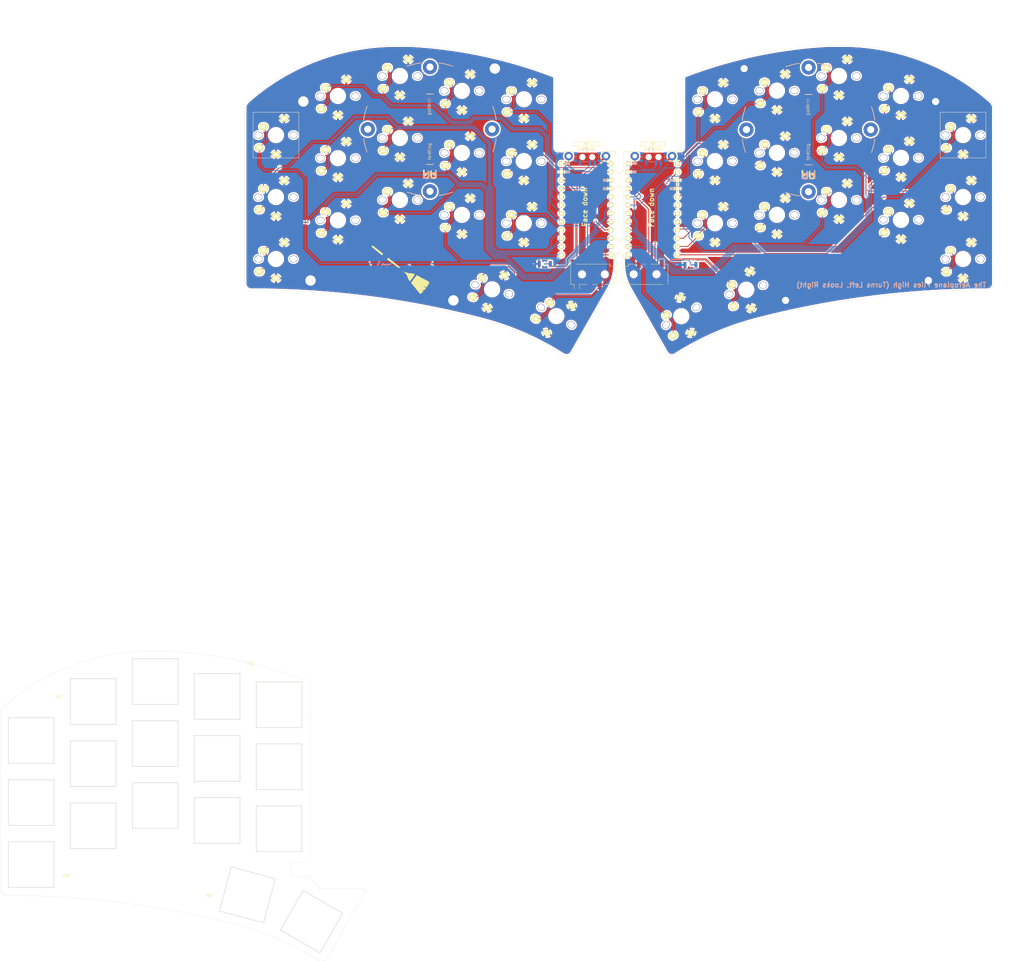
<source format=kicad_pcb>
(kicad_pcb (version 20211014) (generator pcbnew)
  (layers (0 "F.Cu" signal) (31 "B.Cu" signal) (34 "B.Paste" user) (35 "F.Paste" user) (36 "B.SilkS" user "B.Silkscreen") (37 "F.SilkS" user "F.Silkscreen") (38 "B.Mask" user) (39 "F.Mask" user) (44 "Edge.Cuts" user))
  (net 0 "")
  (net 1 "BT+")
  (net 2 "gnd")
  (net 3 "vcc")
  (net 4 "Switch18")
  (net 5 "reset")
  (net 6 "Switch1")
  (net 7 "Switch2")
  (net 8 "Switch3")
  (net 9 "Switch4")
  (net 10 "Switch5")
  (net 11 "Switch6")
  (net 12 "Switch7")
  (net 13 "Switch8")
  (net 14 "Switch9")
  (net 15 "Switch10")
  (net 16 "Switch11")
  (net 17 "Switch12")
  (net 18 "Switch13")
  (net 19 "Switch14")
  (net 20 "Switch15")
  (net 21 "Switch16")
  (net 22 "Switch17")
  (net 23 "raw")
  (net 24 "BT+_r")
  (net 25 "Switch18_r")
  (net 26 "reset_r")
  (net 27 "Switch9_r")
  (net 28 "Switch10_r")
  (net 29 "Switch11_r")
  (net 30 "Switch12_r")
  (net 31 "Switch13_r")
  (net 32 "Switch14_r")
  (net 33 "Switch15_r")
  (net 34 "Switch16_r")
  (net 35 "Switch17_r")
  (net 36 "Switch1_r")
  (net 37 "Switch2_r")
  (net 38 "Switch3_r")
  (net 39 "Switch4_r")
  (net 40 "Switch5_r")
  (net 41 "Switch6_r")
  (net 42 "Switch7_r")
  (net 43 "Switch8_r")
  (footprint "Connector_Pin:Pin_D1.4mm_L8.5mm_W2.8mm_FlatFork" (layer "F.Cu") (at 146.160165 83.45)
    (fp_text reference "BatGND1")
    (fp_text value "MountingHole_Pad")
  )
  (footprint "Connector_Pin:Pin_D1.4mm_L8.5mm_W2.8mm_FlatFork" (layer "F.Cu") (at 134.730165 83.45)
    (fp_text reference "Bat+1")
    (fp_text value "MountingHole_Pad")
  )
  (footprint "kbd:CherryMX_Choc_1u" (layer "F.Cu") (at 45 77)
    (fp_text reference "SW2" hide)
    (fp_text value "SW_Push" hide)
  )
  (footprint "kbd:CherryMX_Choc_1u" (layer "F.Cu") (at 64 65)
    (fp_text reference "SW3" hide)
    (fp_text value "SW_Push" hide)
  )
  (footprint "kbd:CherryMX_Choc_1u" (layer "F.Cu") (at 83 58.86)
    (fp_text reference "SW4" hide)
    (fp_text value "SW_Push" hide)
  )
  (footprint "kbd:CherryMX_Choc_1u" (layer "F.Cu") (at 101.994 63.432)
    (fp_text reference "SW5" hide)
    (fp_text value "SW_Push" hide)
  )
  (footprint "kbd:CherryMX_Choc_1u" (layer "F.Cu") (at 121 66)
    (fp_text reference "SW6" hide)
    (fp_text value "SW_Push" hide)
  )
  (footprint "kbd:CherryMX_Choc_1u" (layer "F.Cu") (at 45 96)
    (fp_text reference "SW8" hide)
    (fp_text value "SW_Push" hide)
  )
  (footprint "kbd:CherryMX_Choc_1u" (layer "F.Cu") (at 64 84.074)
    (fp_text reference "SW9" hide)
    (fp_text value "SW_Push" hide)
  )
  (footprint "kbd:CherryMX_Choc_1u" (layer "F.Cu") (at 83 77.878)
    (fp_text reference "SW10" hide)
    (fp_text value "SW_Push" hide)
  )
  (footprint "kbd:CherryMX_Choc_1u" (layer "F.Cu") (at 102 82.45)
    (fp_text reference "SW11" hide)
    (fp_text value "SW_Push" hide)
  )
  (footprint "kbd:CherryMX_Choc_1u" (layer "F.Cu") (at 120.98 84.99)
    (fp_text reference "SW12" hide)
    (fp_text value "SW_Push" hide)
  )
  (footprint "kbd:CherryMX_Choc_1u" (layer "F.Cu") (at 45 115)
    (fp_text reference "SW14" hide)
    (fp_text value "SW_Push" hide)
  )
  (footprint "kbd:CherryMX_Choc_1u" (layer "F.Cu") (at 64.008 103.124)
    (fp_text reference "SW15" hide)
    (fp_text value "SW_Push" hide)
  )
  (footprint "kbd:CherryMX_Choc_1u" (layer "F.Cu") (at 83 96.896)
    (fp_text reference "SW16" hide)
    (fp_text value "SW_Push" hide)
  )
  (footprint "kbd:CherryMX_Choc_1u" (layer "F.Cu") (at 102 101.468)
    (fp_text reference "SW17" hide)
    (fp_text value "SW_Push" hide)
  )
  (footprint "kbd:CherryMX_Choc_1u" (layer "F.Cu") (at 130.95 132.504 -30)
    (fp_text reference "SW20" hide)
    (fp_text value "SW_Push" hide)
  )
  (footprint "kbd:CherryMX_Choc_1u" (layer "F.Cu") (at 111.272 124.288 -15)
    (fp_text reference "SW21" hide)
    (fp_text value "SW_Push" hide)
  )
  (footprint "kbd:Tenting_Puck2" (layer "F.Cu") (at 92.202 75.184)
    (fp_text reference "REF**")
    (fp_text value "Tenting Puck")
  )
  (footprint "Button_Switch_SMD:SW_SPST_B3U-1000P" (layer "F.Cu") (at 127.394 116.502)
    (fp_text reference "RSW1")
    (fp_text value "SW_Push")
  )
  (footprint "kbd:CherryMX_Choc_1u" (layer "F.Cu") (at 120.98 104.008)
    (fp_text reference "SW18" hide)
    (fp_text value "SW_Push" hide)
  )
  (footprint "kbd:ProMicro_v3_min" (layer "F.Cu") (at 140.094 100.246)
    (fp_text reference "U1" hide)
    (fp_text value "ProMicro-kbd" hide)
  )
  (footprint "Connector_Pin:Pin_D1.4mm_L8.5mm_W2.8mm_FlatFork" (layer "F.Cu") (at 166.43 83.45)
    (fp_text reference "BatGND4")
    (fp_text value "MountingHole_Pad")
  )
  (footprint "Button_Switch_SMD:SW_SPST_B3U-1000P" (layer "F.Cu") (at 172.04784 116.756)
    (fp_text reference "RSW2")
    (fp_text value "SW_Push")
  )
  (footprint "Connector_Pin:Pin_D1.4mm_L8.5mm_W2.8mm_FlatFork" (layer "F.Cu") (at 155 83.45)
    (fp_text reference "Bat+r1")
    (fp_text value "MountingHole_Pad")
  )
  (footprint "kbd:Tenting_Puck2" (layer "F.Cu") (at 208.26984 75.311)
    (fp_text reference "REF**")
    (fp_text value "Tenting Puck")
  )
  (footprint "Connector_Audio:Jack_3.5mm_PJ320D_Horizontal" (layer "F.Cu") (at 141.05 119.7 180)
    (fp_text reference "J1")
    (fp_text value "AudioJack4dpb")
  )
  (footprint "kbd:CherryMX_Choc_1u" (layer "F.Cu") (at 198.58584 82.418)
    (fp_text reference "SW11_r1" hide)
    (fp_text value "SW_Push" hide)
  )
  (footprint "kbd:CherryMX_Choc_1u" (layer "F.Cu") (at 255.63184 115)
    (fp_text reference "SW13_r1" hide)
    (fp_text value "SW_Push" hide)
  )
  (footprint "kbd:CherryMX_Choc_1u" (layer "F.Cu") (at 217.58784 96.896)
    (fp_text reference "SW15_r1" hide)
    (fp_text value "SW_Push" hide)
  )
  (footprint "kbd:CherryMX_Choc_1u" (layer "F.Cu") (at 198.58584 101.468)
    (fp_text reference "SW16_r1" hide)
    (fp_text value "SW_Push" hide)
  )
  (footprint "kbd:CherryMX_Choc_1u" (layer "F.Cu") (at 198.58584 63.368)
    (fp_text reference "SW5_r1" hide)
    (fp_text value "SW_Push" hide)
  )
  (footprint "kbd:CherryMX_Choc_1u" (layer "F.Cu") (at 236.61384 65)
    (fp_text reference "SW3_r1" hide)
    (fp_text value "SW_Push" hide)
  )
  (footprint "kbd:CherryMX_Choc_1u" (layer "F.Cu") (at 217.58784 58.86)
    (fp_text reference "SW4_r1" hide)
    (fp_text value "SW_Push" hide)
  )
  (footprint "kbd:CherryMX_Choc_1u" (layer "F.Cu") (at 236.61384 83.974)
    (fp_text reference "SW8_r1" hide)
    (fp_text value "SW_Push" hide)
  )
  (footprint "kbd:CherryMX_Choc_1u" (layer "F.Cu") (at 217.58784 77.878)
    (fp_text reference "SW9_r1" hide)
    (fp_text value "SW_Push" hide)
  )
  (footprint "kbd:CherryMX_Choc_1u" (layer "F.Cu") (at 236.61384 102.992)
    (fp_text reference "SW18_r1" hide)
    (fp_text value "SW_Push" hide)
  )
  (footprint "kbd:CherryMX_Choc_1u" (layer "F.Cu") (at 179.58584 84.99)
    (fp_text reference "SW12_r1" hide)
    (fp_text value "SW_Push" hide)
  )
  (footprint "kbd:CherryMX_Choc_1u" (layer "F.Cu") (at 255.63184 96)
    (fp_text reference "SW7_r1" hide)
    (fp_text value "SW_Push" hide)
  )
  (footprint "kbd:CherryMX_Choc_1u" (layer "F.Cu") (at 255.63184 77)
    (fp_text reference "SW2_r1" hide)
    (fp_text value "SW_Push" hide)
  )
  (footprint "kbd:CherryMX_Choc_1u" (layer "F.Cu") (at 179.58584 66)
    (fp_text reference "SW6_r1" hide)
    (fp_text value "SW_Push" hide)
  )
  (footprint "kbd:CherryMX_Choc_1u" (layer "F.Cu") (at 179.58584 104.008)
    (fp_text reference "SW17_r1" hide)
    (fp_text value "SW_Push" hide)
  )
  (footprint "kbd:ProMicro_v3_min" (layer "F.Cu") (at 160.51784 100.246)
    (fp_text reference "U2" hide)
    (fp_text value "ProMicro-kbd" hide)
  )
  (footprint "Duckyb-Parts:mouse-bite-5mm-slot-with-space-for-track" (layer "F.Cu") (at 150.241 90.678)
    (fp_text reference "mouse-bite-5mm-slot" hide)
    (fp_text value "VAL**" hide)
  )
  (footprint "Duckyb-Parts:mouse-bite-5mm-slot-with-space-for-track" (layer "F.Cu") (at 150.241 111.1885)
    (fp_text reference "mouse-bite-5mm-slot" hide)
    (fp_text value "VAL**" hide)
  )
  (footprint "Connector_Audio:Jack_3.5mm_PJ320D_Horizontal" (layer "F.Cu") (at 159.43 119.7)
    (fp_text reference "J2")
    (fp_text value "AudioJack4dpb")
  )
  (footprint "Kailh:SW_PG1350_cut" (layer "F.Cu") (at -11.034 250.742)
    (fp_text reference "SW3" hide)
    (fp_text value "SW_Push" hide)
    (fp_line (start -7 7) (end 7 7) (layer "Edge.Cuts") (width 0.15))
    (fp_line (start -7 -7) (end 7 -7) (layer "Edge.Cuts") (width 0.15))
    (fp_line (start -7 7) (end -7 -7) (layer "Edge.Cuts") (width 0.15))
    (fp_line (start 7 7) (end 7 -7) (layer "Edge.Cuts") (width 0.15))
  )
  (footprint "MountingHole:MountingHole_2.2mm_M2" (layer "F.Cu") (at 37.066 242.342)
    (fp_text reference "H2")
    (fp_text value "MountingHole")
  )
  (footprint "kbd:CherryMX_Choc_1u" (layer "F.Cu") (at 169.251 132.542 30)
    (fp_text reference "SW10_r1" hide)
    (fp_text value "SW_Push" hide)
  )
  (footprint "Kailh:SW_PG1350_cut" (layer "F.Cu") (at -30.034 300.742)
    (fp_text reference "SW14" hide)
    (fp_text value "SW_Push" hide)
    (fp_line (start -7 7) (end 7 7) (layer "Edge.Cuts") (width 0.15))
    (fp_line (start -7 -7) (end 7 -7) (layer "Edge.Cuts") (width 0.15))
    (fp_line (start -7 7) (end -7 -7) (layer "Edge.Cuts") (width 0.15))
    (fp_line (start 7 7) (end 7 -7) (layer "Edge.Cuts") (width 0.15))
  )
  (footprint "Kailh:SW_PG1350_cut" (layer "F.Cu") (at 45.946 289.75)
    (fp_text reference "SW18" hide)
    (fp_text value "SW_Push" hide)
    (fp_line (start -7 7) (end -7 -7) (layer "Edge.Cuts") (width 0.15))
    (fp_line (start -7 -7) (end 7 -7) (layer "Edge.Cuts") (width 0.15))
    (fp_line (start -7 7) (end 7 7) (layer "Edge.Cuts") (width 0.15))
    (fp_line (start 7 7) (end 7 -7) (layer "Edge.Cuts") (width 0.15))
  )
  (footprint "Kailh:SW_PG1350_cut" (layer "F.Cu") (at -11.034 269.816)
    (fp_text reference "SW9" hide)
    (fp_text value "SW_Push" hide)
    (fp_line (start 7 7) (end 7 -7) (layer "Edge.Cuts") (width 0.15))
    (fp_line (start -7 7) (end -7 -7) (layer "Edge.Cuts") (width 0.15))
    (fp_line (start -7 7) (end 7 7) (layer "Edge.Cuts") (width 0.15))
    (fp_line (start -7 -7) (end 7 -7) (layer "Edge.Cuts") (width 0.15))
  )
  (footprint "Kailh:SW_PG1350_cut" (layer "F.Cu") (at -30.034 262.742)
    (fp_text reference "SW2" hide)
    (fp_text value "SW_Push" hide)
    (fp_line (start -7 -7) (end 7 -7) (layer "Edge.Cuts") (width 0.15))
    (fp_line (start -7 7) (end -7 -7) (layer "Edge.Cuts") (width 0.15))
    (fp_line (start 7 7) (end 7 -7) (layer "Edge.Cuts") (width 0.15))
    (fp_line (start -7 7) (end 7 7) (layer "Edge.Cuts") (width 0.15))
  )
  (footprint "Kailh:SW_PG1350_cut" (layer "F.Cu") (at 55.916 318.246 -30)
    (fp_text reference "SW20" hide)
    (fp_text value "SW_Push" hide)
    (fp_line (start -7 -7) (end 7 -7) (layer "Edge.Cuts") (width 0.15))
    (fp_line (start 7 7) (end 7 -7) (layer "Edge.Cuts") (width 0.15))
    (fp_line (start -7 7) (end -7 -7) (layer "Edge.Cuts") (width 0.15))
    (fp_line (start -7 7) (end 7 7) (layer "Edge.Cuts") (width 0.15))
  )
  (footprint "Kailh:SW_PG1350_cut" (layer "F.Cu") (at 45.946 270.732)
    (fp_text reference "SW12" hide)
    (fp_text value "SW_Push" hide)
    (fp_line (start -7 7) (end -7 -7) (layer "Edge.Cuts") (width 0.15))
    (fp_line (start -7 7) (end 7 7) (layer "Edge.Cuts") (width 0.15))
    (fp_line (start 7 7) (end 7 -7) (layer "Edge.Cuts") (width 0.15))
    (fp_line (start -7 -7) (end 7 -7) (layer "Edge.Cuts") (width 0.15))
  )
  (footprint "MountingHole:MountingHole_3.2mm_M3" (layer "F.Cu") (at 99.4 127.7)
    (fp_text reference "H0")
    (fp_text value "MountingHole")
  )
  (footprint "MountingHole:MountingHole_2.2mm_M2" (layer "F.Cu") (at -21.634 252.442)
    (fp_text reference "H5")
    (fp_text value "MountingHole")
  )
  (footprint "MountingHole:MountingHole_2.2mm_M2" (layer "F.Cu") (at -19.434 307.342)
    (fp_text reference "H8")
    (fp_text value "MountingHole")
  )
  (footprint "MountingHole:MountingHole_3.2mm_M3" (layer "F.Cu") (at 55.6 121.6)
    (fp_text reference "H1")
    (fp_text value "MountingHole")
  )
  (footprint "Kailh:SW_PG1350_cut" (layer "F.Cu") (at 7.966 244.602)
    (fp_text reference "SW4" hide)
    (fp_text value "SW_Push" hide)
    (fp_line (start -7 -7) (end 7 -7) (layer "Edge.Cuts") (width 0.15))
    (fp_line (start -7 7) (end -7 -7) (layer "Edge.Cuts") (width 0.15))
    (fp_line (start -7 7) (end 7 7) (layer "Edge.Cuts") (width 0.15))
    (fp_line (start 7 7) (end 7 -7) (layer "Edge.Cuts") (width 0.15))
  )
  (footprint "Kailh:SW_PG1350_cut" (layer "F.Cu") (at -30.034 281.742)
    (fp_text reference "SW8" hide)
    (fp_text value "SW_Push" hide)
    (fp_line (start -7 7) (end -7 -7) (layer "Edge.Cuts") (width 0.15))
    (fp_line (start -7 -7) (end 7 -7) (layer "Edge.Cuts") (width 0.15))
    (fp_line (start 7 7) (end 7 -7) (layer "Edge.Cuts") (width 0.15))
    (fp_line (start -7 7) (end 7 7) (layer "Edge.Cuts") (width 0.15))
  )
  (footprint "MountingHole:MountingHole_3.2mm_M3" (layer "F.Cu") (at 112.1 56.6)
    (fp_text reference "H2")
    (fp_text value "MountingHole")
  )
  (footprint "Kailh:SW_PG1350_cut" (layer "F.Cu") (at 7.966 263.62)
    (fp_text reference "SW10" hide)
    (fp_text value "SW_Push" hide)
    (fp_line (start -7 7) (end 7 7) (layer "Edge.Cuts") (width 0.15))
    (fp_line (start -7 7) (end -7 -7) (layer "Edge.Cuts") (width 0.15))
    (fp_line (start 7 7) (end 7 -7) (layer "Edge.Cuts") (width 0.15))
    (fp_line (start -7 -7) (end 7 -7) (layer "Edge.Cuts") (width 0.15))
  )
  (footprint "Kailh:SW_PG1350_cut" (layer "F.Cu") (at 26.966 287.21)
    (fp_text reference "SW17" hide)
    (fp_text value "SW_Push" hide)
    (fp_line (start -7 7) (end -7 -7) (layer "Edge.Cuts") (width 0.15))
    (fp_line (start -7 -7) (end 7 -7) (layer "Edge.Cuts") (width 0.15))
    (fp_line (start -7 7) (end 7 7) (layer "Edge.Cuts") (width 0.15))
    (fp_line (start 7 7) (end 7 -7) (layer "Edge.Cuts") (width 0.15))
  )
  (footprint "kbd:CherryMX_Choc_1u" (layer "F.Cu") (at 189.17984 124.41 15)
    (fp_text reference "SW14_r1" hide)
    (fp_text value "SW_Push" hide)
  )
  (footprint "Kailh:SW_PG1350_cut" (layer "F.Cu") (at 26.96 249.174)
    (fp_text reference "SW5" hide)
    (fp_text value "SW_Push" hide)
    (fp_line (start -7 7) (end -7 -7) (layer "Edge.Cuts") (width 0.15))
    (fp_line (start -7 7) (end 7 7) (layer "Edge.Cuts") (width 0.15))
    (fp_line (start 7 7) (end 7 -7) (layer "Edge.Cuts") (width 0.15))
    (fp_line (start -7 -7) (end 7 -7) (layer "Edge.Cuts") (width 0.15))
  )
  (footprint "Kailh:SW_PG1350_cut" (layer "F.Cu") (at 36.238 310.03 -15)
    (fp_text reference "SW21" hide)
    (fp_text value "SW_Push" hide)
    (fp_line (start -7 7) (end -7 -7) (layer "Edge.Cuts") (width 0.15))
    (fp_line (start 7 7) (end 7 -7) (layer "Edge.Cuts") (width 0.15))
    (fp_line (start -7 7) (end 7 7) (layer "Edge.Cuts") (width 0.15))
    (fp_line (start -7 -7) (end 7 -7) (layer "Edge.Cuts") (width 0.15))
  )
  (footprint "Kailh:ferris_broom" (layer "F.Cu") (at 82.042 118.11 7)
    (fp_text reference "G***" hide)
    (fp_text value "LOGO" hide)
  )
  (footprint "Kailh:SW_PG1350_cut" (layer "F.Cu") (at 45.966 251.742)
    (fp_text reference "SW6" hide)
    (fp_text value "SW_Push" hide)
    (fp_line (start -7 -7) (end 7 -7) (layer "Edge.Cuts") (width 0.15))
    (fp_line (start -7 7) (end -7 -7) (layer "Edge.Cuts") (width 0.15))
    (fp_line (start 7 7) (end 7 -7) (layer "Edge.Cuts") (width 0.15))
    (fp_line (start -7 7) (end 7 7) (layer "Edge.Cuts") (width 0.15))
  )
  (footprint "MountingHole:MountingHole_3.2mm_M3" (layer "F.Cu") (at 53.4 66.7)
    (fp_text reference "H3")
    (fp_text value "MountingHole")
  )
  (footprint "MountingHole:MountingHole_2.2mm_M2" (layer "F.Cu") (at 24.366 313.442)
    (fp_text reference "H6")
    (fp_text value "MountingHole")
  )
  (footprint "Kailh:SW_PG1350_cut" (layer "F.Cu") (at 26.966 268.192)
    (fp_text reference "SW11" hide)
    (fp_text value "SW_Push" hide)
    (fp_line (start -7 7) (end -7 -7) (layer "Edge.Cuts") (width 0.15))
    (fp_line (start -7 7) (end 7 7) (layer "Edge.Cuts") (width 0.15))
    (fp_line (start -7 -7) (end 7 -7) (layer "Edge.Cuts") (width 0.15))
    (fp_line (start 7 7) (end 7 -7) (layer "Edge.Cuts") (width 0.15))
  )
  (footprint "Kailh:SW_PG1350_cut" (layer "F.Cu") (at -11.026 288.866)
    (fp_text reference "SW15" hide)
    (fp_text value "SW_Push" hide)
    (fp_line (start -7 -7) (end 7 -7) (layer "Edge.Cuts") (width 0.15))
    (fp_line (start -7 7) (end 7 7) (layer "Edge.Cuts") (width 0.15))
    (fp_line (start 7 7) (end 7 -7) (layer "Edge.Cuts") (width 0.15))
    (fp_line (start -7 7) (end -7 -7) (layer "Edge.Cuts") (width 0.15))
  )
  (footprint "Kailh:SW_PG1350_cut" (layer "F.Cu") (at 45 77)
    (fp_text reference "SW2" hide)
    (fp_text value "SW_Push" hide)
    (fp_line (start -7 -7) (end 7 -7) (layer "Edge.Cuts") (width 0.15))
    (fp_line (start -7 7) (end -7 -7) (layer "Edge.Cuts") (width 0.15))
    (fp_line (start 7 7) (end 7 -7) (layer "Edge.Cuts") (width 0.15))
    (fp_line (start -7 7) (end 7 7) (layer "Edge.Cuts") (width 0.15))
  )
  (footprint "Kailh:SW_PG1350_cut" (layer "F.Cu") (at 7.966 282.638)
    (fp_text reference "SW16" hide)
    (fp_text value "SW_Push" hide)
    (fp_line (start -7 -7) (end 7 -7) (layer "Edge.Cuts") (width 0.15))
    (fp_line (start 7 7) (end 7 -7) (layer "Edge.Cuts") (width 0.15))
    (fp_line (start -7 7) (end -7 -7) (layer "Edge.Cuts") (width 0.15))
    (fp_line (start -7 7) (end 7 7) (layer "Edge.Cuts") (width 0.15))
  )
  (footprint "Button_Switch_SMD:SW_SPDT_PCM12" (layer "B.Cu") (at 160.75 84.075)
    (fp_text reference "SW_POWERR1")
    (fp_text value "SW_SPDT")
  )
  (footprint "Button_Switch_SMD:SW_SPST_B3U-1000P" (layer "B.Cu") (at 127.394 116.502)
    (fp_text reference "RSW1")
    (fp_text value "SW_Push")
  )
  (footprint "Button_Switch_SMD:SW_SPDT_PCM12" (layer "B.Cu") (at 140.45 84.075)
    (fp_text reference "SW_POWER1")
    (fp_text value "SW_SPDT")
  )
  (footprint "Button_Switch_SMD:SW_SPST_B3U-1000P" (layer "B.Cu") (at 172.04784 116.756)
    (fp_text reference "RSW2")
    (fp_text value "SW_Push")
  )
  (footprint "MountingHole:MountingHole_2.2mm_M2" (layer "B.Cu") (at 201.225 127.7 180)
    (fp_text reference "H7")
    (fp_text value "MountingHole")
  )
  (footprint "" (layer "B.Cu") (at 245.025 121.6 180)
    (fp_text reference "")
    (fp_text value "")
  )
  (footprint "MountingHole:MountingHole_2.2mm_M2" (layer "B.Cu") (at 188.525 56.6 180)
    (fp_text reference "H5")
    (fp_text value "MountingHole")
  )
  (footprint "MountingHole:MountingHole_2.2mm_M2" (layer "B.Cu") (at 245.025 121.6 180)
    (fp_text reference "H8")
    (fp_text value "MountingHole")
  )
  (footprint "Kailh:SW_PG1350_cut" (layer "B.Cu") (at 255.625 77 180)
    (fp_text reference "SW2" hide)
    (fp_text value "SW_Push" hide)
    (fp_line (start 7 -7) (end 7 7) (layer "Edge.Cuts") (width 0.15))
    (fp_line (start -7 -7) (end 7 -7) (layer "Edge.Cuts") (width 0.15))
    (fp_line (start -7 -7) (end -7 7) (layer "Edge.Cuts") (width 0.15))
    (fp_line (start -7 7) (end 7 7) (layer "Edge.Cuts") (width 0.15))
  )
  (footprint "MountingHole:MountingHole_2.2mm_M2" (layer "B.Cu") (at 247.225 66.7 180)
    (fp_text reference "H6")
    (fp_text value "MountingHole")
  )
  (gr_arc (start 148.162 81.866) (mid 148.69233 82.08567) (end 148.912 82.616) (layer "Edge.Cuts") (width 0.05))
  (gr_line (start 148.912 93.218) (end 148.912 101.262) (layer "Edge.Cuts") (width 0.05))
  (gr_line (start 131.458 81.868917) (end 148.162 81.866) (layer "Edge.Cuts") (width 0.05))
  (gr_line (start 147.161679 123.613657) (end 135.71 143.699265) (layer "Edge.Cuts") (width 0.05))
  (gr_arc (start 148.924 116.248) (mid 148.462831 120.031316) (end 147.161679 123.613657) (layer "Edge.Cuts") (width 0.05))
  (gr_line (start 148.912 82.616) (end 148.924 88.11) (layer "Edge.Cuts") (width 0.05))
  (gr_line (start 149.2885 88.11) (end 148.924 88.11) (layer "Edge.Cuts") (width 0.05))
  (gr_line (start 149.2885 93.218) (end 148.912 93.218) (layer "Edge.Cuts") (width 0.05))
  (gr_line (start 149.2885 108.628) (end 148.924 108.628) (layer "Edge.Cuts") (width 0.05))
  (gr_line (start 149.2885 113.7285) (end 148.912 113.7285) (layer "Edge.Cuts") (width 0.05))
  (gr_line (start 148.912 101.262) (end 148.924 108.628) (layer "Edge.Cuts") (width 0.05))
  (gr_line (start 148.912 113.7285) (end 148.924 116.248) (layer "Edge.Cuts") (width 0.05))
  (gr_arc (start 131.458 81.868917) (mid 130.750893 81.576024) (end 130.458 80.868917) (layer "Edge.Cuts") (width 0.05))
  (gr_line (start 130.458 80.868917) (end 130.463 59.473) (layer "Edge.Cuts") (width 0.05))
  (gr_arc (start 35.465859 68.23732) (mid 36.022742 67.119147) (end 36.893 66.223) (layer "Edge.Cuts") (width 0.05))
  (gr_arc (start 85.843227 49.463504) (mid 108.303644 52.385453) (end 130.028245 58.79247) (layer "Edge.Cuts") (width 0.05))
  (gr_line (start 37.768 124.474571) (end 37.493002 124.473917) (layer "Edge.Cuts") (width 0.05))
  (gr_arc (start 107.797707 133.384137) (mid 120.821222 137.841207) (end 132.978 144.298) (layer "Edge.Cuts") (width 0.05))
  (gr_arc (start 37.768 124.474571) (mid 73.062876 126.72836) (end 107.797707 133.384137) (layer "Edge.Cuts") (width 0.05))
  (gr_arc (start 37.493002 124.473917) (mid 36.080534 123.924716) (end 35.458001 122.542999) (layer "Edge.Cuts") (width 0.05))
  (gr_arc (start 135.71 143.699265) (mid 134.468995 144.56898) (end 132.978 144.298) (layer "Edge.Cuts") (width 0.05))
  (gr_arc (start 130.028245 58.79247) (mid 130.345034 59.069226) (end 130.463 59.473) (layer "Edge.Cuts") (width 0.05))
  (gr_line (start 35.465859 68.23732) (end 35.458001 122.542999) (layer "Edge.Cuts") (width 0.05))
  (gr_line (start 85.843227 49.463504) (end 81.868 49.468) (layer "Edge.Cuts") (width 0.05))
  (gr_arc (start 36.893 66.223) (mid 57.870705 53.792798) (end 81.868 49.468) (layer "Edge.Cuts") (width 0.05))
  (gr_line (start 168.99984 81.868917) (end 152.29584 81.866) (layer "Edge.Cuts") (width 0.05))
  (gr_line (start 151.54584 113.7285) (end 151.53384 116.248) (layer "Edge.Cuts") (width 0.05))
  (gr_line (start 153.280536 123.57215) (end 164.74784 143.699265) (layer "Edge.Cuts") (width 0.05))
  (gr_line (start 264.991981 68.23732) (end 264.999839 122.542999) (layer "Edge.Cuts") (width 0.05))
  (gr_line (start 214.614716 49.465561) (end 218.58984 49.468) (layer "Edge.Cuts") (width 0.05))
  (gr_line (start 151.54584 101.262) (end 151.53384 108.628) (layer "Edge.Cuts") (width 0.05))
  (gr_arc (start 151.54584 82.616) (mid 151.76551 82.08567) (end 152.29584 81.866) (layer "Edge.Cuts") (width 0.05))
  (gr_line (start 151.54584 93.218) (end 151.54584 101.262) (layer "Edge.Cuts") (width 0.05))
  (gr_arc (start 167.47984 144.298) (mid 179.636498 137.840747) (end 192.659669 133.38233) (layer "Edge.Cuts") (width 0.05))
  (gr_arc (start 218.58984 49.468) (mid 242.587135 53.792799) (end 263.56484 66.223) (layer "Edge.Cuts") (width 0.05))
  (gr_arc (start 192.659669 133.38233) (mid 227.394847 126.727903) (end 262.68984 124.474571) (layer "Edge.Cuts") (width 0.05))
  (gr_arc (start 167.47984 144.298) (mid 165.988845 144.56898) (end 164.74784 143.699265) (layer "Edge.Cuts") (width 0.05))
  (gr_arc (start 153.280536 123.57215) (mid 151.990927 120.009347) (end 151.53384 116.248) (layer "Edge.Cuts") (width 0.05))
  (gr_line (start 151.54584 82.616) (end 151.53384 88.11) (layer "Edge.Cuts") (width 0.05))
  (gr_arc (start 169.99984 80.868917) (mid 169.706947 81.576024) (end 168.99984 81.868917) (layer "Edge.Cuts") (width 0.05))
  (gr_line (start 169.99984 80.868917) (end 169.99484 59.473) (layer "Edge.Cuts") (width 0.05))
  (gr_arc (start 263.56484 66.223) (mid 264.435098 67.119147) (end 264.991981 68.23732) (layer "Edge.Cuts") (width 0.05))
  (gr_arc (start 170.429595 58.79247) (mid 192.154223 52.385977) (end 214.614716 49.465561) (layer "Edge.Cuts") (width 0.05))
  (gr_line (start 262.68984 124.474571) (end 262.964838 124.473917) (layer "Edge.Cuts") (width 0.05))
  (gr_arc (start 264.999839 122.542999) (mid 264.377307 123.924717) (end 262.964838 124.473917) (layer "Edge.Cuts") (width 0.05))
  (gr_arc (start 169.99484 59.473) (mid 170.112806 59.069226) (end 170.429595 58.79247) (layer "Edge.Cuts") (width 0.05))
  (gr_line (start 151.53384 88.11) (end 151.1935 88.11) (layer "Edge.Cuts") (width 0.05))
  (gr_arc (start -37.540998 310.215917) (mid -38.953466 309.666716) (end -39.575999 308.284999) (layer "Edge.Cuts") (width 0.05))
  (gr_arc (start 54.994245 244.53447) (mid 55.311034 244.811226) (end 55.429 245.215) (layer "Edge.Cuts") (width 0.05))
  (gr_line (start 10.809124 235.207561) (end 6.834 235.21) (layer "Edge.Cuts") (width 0.05))
  (gr_line (start 72.54 308.17) (end 58.57 308.17) (layer "Edge.Cuts") (width 0.05))
  (gr_line (start 55.268 304.36) (end 49.68 304.36) (layer "Edge.Cuts") (width 0.05))
  (gr_arc (start 10.809227 235.205504) (mid 33.269644 238.127454) (end 54.994245 244.53447) (layer "Edge.Cuts") (width 0.05))
  (gr_line (start 49.68 300.042) (end 49.68 304.36) (layer "Edge.Cuts") (width 0.05))
  (gr_line (start -39.568141 253.97932) (end -39.575999 308.284999) (layer "Edge.Cuts") (width 0.05))
  (gr_line (start 49.68 300.042) (end 55.522 300.042) (layer "Edge.Cuts") (width 0.05))
  (gr_arc (start 72.54 308.17) (mid 72.371621 308.775967) (end 72.127679 309.355657) (layer "Edge.Cuts") (width 0.05))
  (gr_line (start 151.54584 93.218) (end 151.1935 93.218) (layer "Edge.Cuts") (width 0.05))
  (gr_arc (start 60.676 329.441265) (mid 59.434995 330.31098) (end 57.944 330.04) (layer "Edge.Cuts") (width 0.05))
  (gr_line (start 72.127679 309.355657) (end 60.676 329.441265) (layer "Edge.Cuts") (width 0.05))
  (gr_arc (start 149.288501 113.7285) (mid 150.241 113.083627) (end 151.193499 113.728501) (layer "Edge.Cuts") (width 0.05))
  (gr_line (start 151.53384 108.628) (end 151.1935 108.628) (layer "Edge.Cuts") (width 0.05))
  (gr_line (start -37.266 310.216571) (end -37.540998 310.215917) (layer "Edge.Cuts") (width 0.05))
  (gr_arc (start 149.288501 93.218) (mid 150.241 92.573127) (end 151.193499 93.218001) (layer "Edge.Cuts") (width 0.05))
  (gr_line (start 55.522 300.042) (end 55.429 245.215) (layer "Edge.Cuts") (width 0.05))
  (gr_line (start 151.54584 113.7285) (end 151.1935 113.7285) (layer "Edge.Cuts") (width 0.05))
  (gr_arc (start 32.763707 319.126137) (mid 45.787222 323.583207) (end 57.944 330.04) (layer "Edge.Cuts") (width 0.05))
  (gr_line (start 58.57 308.17) (end 55.268 304.36) (layer "Edge.Cuts") (width 0.05))
  (gr_arc (start -37.266 310.216571) (mid -1.971007 312.469903) (end 32.764171 319.12433) (layer "Edge.Cuts") (width 0.05))
  (gr_arc (start 151.193499 108.628) (mid 150.241 109.285937) (end 149.288501 108.627999) (layer "Edge.Cuts") (width 0.05))
  (gr_arc (start 151.193499 88.11) (mid 150.241 88.772807) (end 149.288501 88.109999) (layer "Edge.Cuts") (width 0.05))
  (gr_arc (start -39.568141 253.97932) (mid -39.011258 252.861147) (end -38.141 251.965) (layer "Edge.Cuts") (width 0.05))
  (gr_arc (start -38.139389 251.966861) (mid -17.162865 239.535316) (end 6.834 235.21) (layer "Edge.Cuts") (width 0.05))
  (gr_text "The Aeroplane Flies High (Turns Left, Looks Right)" (at 233.62984 122.936) (layer "B.SilkS") (effects (font (size 1.5 1.5) (thickness 0.3)) (justify mirror)))
  (gr_text "Face down" (at 160.10984 99.23 90) (layer "F.SilkS") (effects (font (size 1.5 1.5) (thickness 0.3))))
  (gr_text "Face down" (at 139.7 99.06 90) (layer "F.SilkS") (effects (font (size 1.5 1.5) (thickness 0.3))))
  (segment (start 134.730165 85.950165) (end 134.730165 83.45) (width 0.25) (layer "B.Cu") (net 1))
  (segment (start 136.55 87.77) (end 134.730165 85.950165) (width 0.25) (layer "B.Cu") (net 1))
  (segment (start 141.2 85.505) (end 141.2 86.27) (width 0.25) (layer "B.Cu") (net 1))
  (segment (start 141.2 86.27) (end 139.7 87.77) (width 0.25) (layer "B.Cu") (net 1))
  (segment (start 139.7 87.77) (end 136.55 87.77) (width 0.25) (layer "B.Cu") (net 1))
  (segment (start 168.12924 93.388) (end 168.12924 90.848) (width 0.15) (layer "F.Cu") (net 2))
  (segment (start 125.694 116.502) (end 123.952 116.502) (width 0.25) (layer "F.Cu") (net 2))
  (segment (start 164 93.388) (end 168.12924 93.388) (width 0.15) (layer "F.Cu") (net 2))
  (segment (start 166.43 87.57) (end 163.068 90.932) (width 0.15) (layer "F.Cu") (net 2))
  (segment (start 166.43 83.45) (end 166.43 87.57) (width 0.15) (layer "F.Cu") (net 2))
  (segment (start 163.068 90.932) (end 163.068 92.456) (width 0.15) (layer "F.Cu") (net 2))
  (segment (start 163.068 92.456) (end 164 93.388) (width 0.15) (layer "F.Cu") (net 2))
  (via (at 167.94 116.67) (size 0.6) (drill 0.35) (layers "F.Cu" "B.Cu") (net 2))
  (via (at 123.952 116.502) (size 0.6) (drill 0.35) (layers "F.Cu" "B.Cu") (net 2))
  (segment (start 123.964 116.49) (end 124.07 116.49) (width 0.25) (layer "B.Cu") (net 2))
  (segment (start 161.293026 89.662) (end 154.26324 89.662) (width 0.15) (layer "B.Cu") (net 2))
  (segment (start 166.43 84.525025) (end 161.293026 89.662) (width 0.15) (layer "B.Cu") (net 2))
  (segment (start 123.952 116.502) (end 125.694 116.502) (width 0.25) (layer "B.Cu") (net 2))
  (segment (start 154.26324 89.662) (end 152.90924 88.308) (width 0.15) (layer "B.Cu") (net 2))
  (segment (start 166.43 83.45) (end 166.43 84.525025) (width 0.15) (layer "B.Cu") (net 2))
  (segment (start 123.952 116.502) (end 123.964 116.49) (width 0.25) (layer "B.Cu") (net 2))
  (segment (start 146.160165 83.45) (end 146.160165 89.302765) (width 0.15) (layer "B.Cu") (net 2))
  (segment (start 146.160165 89.302765) (end 147.7054 90.848) (width 0.15) (layer "B.Cu") (net 2))
  (segment (start 142.494 101.346) (end 143.08 100.76) (width 0.25) (layer "F.Cu") (net 3))
  (segment (start 143.08 94.488) (end 142.064 93.472) (width 0.25) (layer "F.Cu") (net 3))
  (segment (start 152.90924 93.388) (end 159.275 99.75376) (width 0.25) (layer "F.Cu") (net 3))
  (segment (start 140.56 114.964) (end 140.56 106.68) (width 0.25) (layer "F.Cu") (net 3))
  (segment (start 141.225 115.629) (end 141.225 122.95) (width 0.25) (layer "F.Cu") (net 3))
  (segment (start 142.064 93.472) (end 138.938 93.472) (width 0.25) (layer "F.Cu") (net 3))
  (segment (start 140.56 114.964) (end 141.225 115.629) (width 0.25) (layer "F.Cu") (net 3))
  (segment (start 140.56 103.28) (end 142.494 101.346) (width 0.25) (layer "F.Cu") (net 3))
  (segment (start 159.275 99.75376) (end 159.275 116.45) (width 0.25) (layer "F.Cu") (net 3))
  (segment (start 143.08 100.76) (end 143.08 94.488) (width 0.25) (layer "F.Cu") (net 3))
  (segment (start 140.56 106.68) (end 140.56 103.28) (width 0.25) (layer "F.Cu") (net 3))
  (via (at 138.938 93.472) (size 0.6) (drill 0.35) (layers "F.Cu" "B.Cu") (net 3))
  (segment (start 138.938 93.472) (end 138.854 93.388) (width 0.25) (layer "B.Cu") (net 3))
  (segment (start 138.854 93.388) (end 132.4854 93.388) (width 0.25) (layer "B.Cu") (net 3))
  (segment (start 136.125 116.45) (end 137.3 115.275) (width 0.25) (layer "F.Cu") (net 4))
  (segment (start 137.3 91.046) (end 140.038 88.308) (width 0.25) (layer "F.Cu") (net 4))
  (segment (start 140.038 88.308) (end 147.7054 88.308) (width 0.25) (layer "F.Cu") (net 4))
  (segment (start 137.3 115.275) (end 137.3 91.046) (width 0.25) (layer "F.Cu") (net 4))
  (segment (start 133.648 90.848) (end 136.9 94.1) (width 0.25) (layer "F.Cu") (net 5))
  (segment (start 127.45 116.5) (end 129.092 116.5) (width 0.25) (layer "F.Cu") (net 5))
  (segment (start 136.9 94.1) (end 136.9 112.528) (width 0.25) (layer "F.Cu") (net 5))
  (segment (start 129.092 116.5) (end 129.094 116.502) (width 0.25) (layer "F.Cu") (net 5))
  (segment (start 132.4854 90.848) (end 133.648 90.848) (width 0.25) (layer "F.Cu") (net 5))
  (segment (start 136.9 112.528) (end 134.366 115.062) (width 0.25) (layer "F.Cu") (net 5))
  (segment (start 129.575 117.225) (end 129.094 116.744) (width 0.25) (layer "F.Cu") (net 5))
  (segment (start 133.975 117.225) (end 129.575 117.225) (width 0.25) (layer "F.Cu") (net 5))
  (segment (start 134.366 116.834) (end 133.975 117.225) (width 0.25) (layer "F.Cu") (net 5))
  (segment (start 129.094 116.744) (end 129.094 116.502) (width 0.25) (layer "F.Cu") (net 5))
  (segment (start 134.366 115.062) (end 134.366 116.834) (width 0.25) (layer "F.Cu") (net 5))
  (via (at 127.45 116.5) (size 0.6) (drill 0.35) (layers "F.Cu" "B.Cu") (net 5))
  (segment (start 129.094 116.502) (end 127.452 116.502) (width 0.25) (layer "B.Cu") (net 5))
  (segment (start 127.452 116.502) (end 127.45 116.5) (width 0.25) (layer "B.Cu") (net 5))
  (segment (start 129.66 121.24) (end 120.6 121.24) (width 0.25) (layer "B.Cu") (net 6))
  (segment (start 51.46 87.86) (end 41.58 87.86) (width 0.25) (layer "B.Cu") (net 6))
  (segment (start 58.58 116.34) (end 53.98 111.74) (width 0.25) (layer "B.Cu") (net 6))
  (segment (start 115.7 116.34) (end 58.58 116.34) (width 0.25) (layer "B.Cu") (net 6))
  (segment (start 41.58 87.86) (end 39.9 86.18) (width 0.25) (layer "B.Cu") (net 6))
  (segment (start 147.7054 108.628) (end 142.272 108.628) (width 0.25) (layer "B.Cu") (net 6))
  (segment (start 53.98 111.74) (end 53.98 90.38) (width 0.25) (layer "B.Cu") (net 6))
  (segment (start 41.19 75.15) (end 41.19 74.46) (width 0.25) (layer "B.Cu") (net 6))
  (segment (start 142.272 108.628) (end 129.66 121.24) (width 0.25) (layer "B.Cu") (net 6))
  (segment (start 39.9 86.18) (end 39.9 80.9) (width 0.25) (layer "B.Cu") (net 6))
  (segment (start 42.13 76.09) (end 41.19 75.15) (width 0.25) (layer "B.Cu") (net 6))
  (segment (start 39.9 80.9) (end 42.13 78.67) (width 0.25) (layer "B.Cu") (net 6))
  (segment (start 120.6 121.24) (end 115.7 116.34) (width 0.25) (layer "B.Cu") (net 6))
  (segment (start 42.13 78.67) (end 42.13 76.09) (width 0.25) (layer "B.Cu") (net 6))
  (segment (start 53.98 90.38) (end 51.46 87.86) (width 0.25) (layer "B.Cu") (net 6))
  (segment (start 60.96 63.23) (end 60.19 62.46) (width 0.25) (layer "B.Cu") (net 7))
  (segment (start 128.76 99.8226) (end 128.76 84.357058) (width 0.25) (layer "B.Cu") (net 7))
  (segment (start 60.96 66.84) (end 60.96 63.23) (width 0.25) (layer "B.Cu") (net 7))
  (segment (start 58.9 68.9) (end 60.96 66.84) (width 0.25) (layer "B.Cu") (net 7))
  (segment (start 74.88 65.07) (end 71.76 61.95) (width 0.25) (layer "B.Cu") (net 7))
  (segment (start 125.638628 75.49) (end 117.188628 75.49) (width 0.25) (layer "B.Cu") (net 7))
  (segment (start 127.64 83.237057) (end 127.64 77.491372) (width 0.25) (layer "B.Cu") (net 7))
  (segment (start 77.264314 65.07) (end 74.88 65.07) (width 0.25) (layer "B.Cu") (net 7))
  (segment (start 98.738628 73.55) (end 93.348628 68.16) (width 0.25) (layer "B.Cu") (net 7))
  (segment (start 80.354314 68.16) (end 77.264314 65.07) (width 0.25) (layer "B.Cu") (net 7))
  (segment (start 60.7 61.95) (end 60.19 62.46) (width 0.25) (layer "B.Cu") (net 7))
  (segment (start 71.76 61.95) (end 60.7 61.95) (width 0.25) (layer "B.Cu") (net 7))
  (segment (start 117.188628 75.49) (end 113.918628 72.22) (width 0.25) (layer "B.Cu") (net 7))
  (segment (start 93.348628 68.16) (end 80.354314 68.16) (width 0.25) (layer "B.Cu") (net 7))
  (segment (start 104.60137 73.55) (end 98.738628 73.55) (width 0.25) (layer "B.Cu") (net 7))
  (segment (start 105.931371 72.22) (end 104.60137 73.55) (width 0.25) (layer "B.Cu") (net 7))
  (segment (start 128.76 84.357058) (end 127.64 83.237057) (width 0.25) (layer "B.Cu") (net 7))
  (segment (start 132.4854 103.548) (end 128.76 99.8226) (width 0.25) (layer "B.Cu") (net 7))
  (segment (start 127.64 77.491372) (end 125.638628 75.49) (width 0.25) (layer "B.Cu") (net 7))
  (segment (start 113.918628 72.22) (end 105.931371 72.22) (width 0.25) (layer "B.Cu") (net 7))
  (segment (start 79.99 57.97) (end 79.19 57.17) (width 0.25) (layer "B.Cu") (net 8))
  (segment (start 93.514315 67.76) (end 80.52 67.76) (width 0.25) (layer "B.Cu") (net 8))
  (segment (start 128.04 83.071371) (end 128.04 77.325686) (width 0.25) (layer "B.Cu") (net 8))
  (segment (start 105.765685 71.82) (end 104.435685 73.15) (width 0.25) (layer "B.Cu") (net 8))
  (segment (start 125.804314 75.09) (end 117.354314 75.09) (width 0.25) (layer "B.Cu") (net 8))
  (segment (start 114.084314 71.82) (end 105.765685 71.82) (width 0.25) (layer "B.Cu") (net 8))
  (segment (start 98.904314 73.15) (end 93.514315 67.76) (width 0.25) (layer "B.Cu") (net 8))
  (segment (start 128.04 77.325686) (end 125.804314 75.09) (width 0.25) (layer "B.Cu") (net 8))
  (segment (start 132.4854 101.008) (end 129.16 97.6826) (width 0.25) (layer "B.Cu") (net 8))
  (segment (start 79.99 60.67) (end 79.99 57.97) (width 0.25) (layer "B.Cu") (net 8))
  (segment (start 117.354314 75.09) (end 114.084314 71.82) (width 0.25) (layer "B.Cu") (net 8))
  (segment (start 129.16 84.191372) (end 128.04 83.071371) (width 0.25) (layer "B.Cu") (net 8))
  (segment (start 129.16 97.6826) (end 129.16 84.191372) (width 0.25) (layer "B.Cu") (net 8))
  (segment (start 79.19 57.17) (end 79.19 56.32) (width 0.25) (layer "B.Cu") (net 8))
  (segment (start 77.9 62.76) (end 79.99 60.67) (width 0.25) (layer "B.Cu") (net 8))
  (segment (start 104.435685 73.15) (end 98.904314 73.15) (width 0.25) (layer "B.Cu") (net 8))
  (segment (start 80.52 67.76) (end 77.9 65.14) (width 0.25) (layer "B.Cu") (net 8))
  (segment (start 77.9 65.14) (end 77.9 62.76) (width 0.25) (layer "B.Cu") (net 8))
  (segment (start 114.25 71.42) (end 105.6 71.42) (width 0.25) (layer "B.Cu") (net 9))
  (segment (start 129.56 95.5426) (end 129.56 84.025686) (width 0.25) (layer "B.Cu") (net 9))
  (segment (start 96.894 66.886) (end 99.08 64.7) (width 0.25) (layer "B.Cu") (net 9))
  (segment (start 104.27 72.75) (end 99.07 72.75) (width 0.25) (layer "B.Cu") (net 9))
  (segment (start 105.6 71.42) (end 104.27 72.75) (width 0.25) (layer "B.Cu") (net 9))
  (segment (start 99.08 61.788) (end 98.184 60.892) (width 0.25) (layer "B.Cu") (net 9))
  (segment (start 96.894 70.574) (end 96.894 67.332) (width 0.25) (layer "B.Cu") (net 9))
  (segment (start 132.4854 98.468) (end 129.56 95.5426) (width 0.25) (layer "B.Cu") (net 9))
  (segment (start 99.07 72.75) (end 96.894 70.574) (width 0.25) (layer "B.Cu") (net 9))
  (segment (start 99.08 64.7) (end 99.08 61.788) (width 0.25) (layer "B.Cu") (net 9))
  (segment (start 125.97 74.69) (end 117.52 74.69) (width 0.25) (layer "B.Cu") (net 9))
  (segment (start 96.894 67.332) (end 96.894 66.886) (width 0.25) (layer "B.Cu") (net 9))
  (segment (start 129.56 84.025686) (end 128.44 82.905685) (width 0.25) (layer "B.Cu") (net 9))
  (segment (start 117.52 74.69) (end 114.25 71.42) (width 0.25) (layer "B.Cu") (net 9))
  (segment (start 128.44 77.16) (end 125.97 74.69) (width 0.25) (layer "B.Cu") (net 9))
  (segment (start 128.44 82.905685) (end 128.44 77.16) (width 0.25) (layer "B.Cu") (net 9))
  (segment (start 117.96 64.23) (end 117.19 63.46) (width 0.25) (layer "B.Cu") (net 10))
  (segment (start 129.96 83.86) (end 129.96 93.4026) (width 0.25) (layer "B.Cu") (net 10))
  (segment (start 115.9 69.9) (end 125.01 69.9) (width 0.25) (layer "B.Cu") (net 10))
  (segment (start 128.84 82.74) (end 129.96 83.86) (width 0.25) (layer "B.Cu") (net 10))
  (segment (start 115.9 69.9) (end 117.96 67.84) (width 0.25) (layer "B.Cu") (net 10))
  (segment (start 117.96 67.84) (end 117.96 64.23) (width 0.25) (layer "B.Cu") (net 10))
  (segment (start 125.01 69.9) (end 128.84 73.73) (width 0.25) (layer "B.Cu") (net 10))
  (segment (start 128.84 73.73) (end 128.84 82.74) (width 0.25) (layer "B.Cu") (net 10))
  (segment (start 129.96 93.4026) (end 132.4854 95.928) (width 0.25) (layer "B.Cu") (net 10))
  (segment (start 41.19 93.46) (end 41.82 94.09) (width 0.25) (layer "F.Cu") (net 11))
  (segment (start 41.82 97.98) (end 39.9 99.9) (width 0.25) (layer "F.Cu") (net 11))
  (segment (start 41.19 93.46) (end 41.19 91.78) (width 0.25) (layer "F.Cu") (net 11))
  (segment (start 41.82 94.09) (end 41.82 97.98) (width 0.25) (layer "F.Cu") (net 11))
  (segment (start 41.19 91.78) (end 46.11 86.86) (width 0.25) (layer "F.Cu") (net 11))
  (via (at 46.11 86.86) (size 0.6) (drill 0.35) (layers "F.Cu" "B.Cu") (net 11))
  (segment (start 111.68 111.14) (end 113.048 112.508) (width 0.25) (layer "B.Cu") (net 11))
  (segment (start 110.9 92.505884) (end 111.68 93.285884) (width 0.25) (layer "B.Cu") (net 11))
  (segment (start 128.039714 112.508) (end 129.488857 111.058857) (width 0.25) (layer "B.Cu") (net 11))
  (segment (start 69.074314 71.27) (end 79.255686 71.27) (width 0.25) (layer "B.Cu") (net 11))
  (segment (start 105.73137 74.21) (end 110.9 79.378628) (width 0.25) (layer "B.Cu") (net 11))
  (segment (start 56.24 79.13) (end 61.214315 79.13) (width 0.25) (layer "B.Cu") (net 11))
  (segment (start 48.51 86.86) (end 56.24 79.13) (width 0.25) (layer "B.Cu") (net 11))
  (segment (start 129.488857 109.084543) (end 132.4854 106.088) (width 0.25) (layer "B.Cu") (net 11))
  (segment (start 82.195686 74.21) (end 105.73137 74.21) (width 0.25) (layer "B.Cu") (net 11))
  (segment (start 113.048 112.508) (end 128.039714 112.508) (width 0.25) (layer "B.Cu") (net 11))
  (segment (start 61.214315 79.13) (end 69.074314 71.27) (width 0.25) (layer "B.Cu") (net 11))
  (segment (start 79.255686 71.27) (end 82.195686 74.21) (width 0.25) (layer "B.Cu") (net 11))
  (segment (start 111.68 93.285884) (end 111.68 111.14) (width 0.25) (layer "B.Cu") (net 11))
  (segment (start 110.9 79.378628) (end 110.9 92.505884) (width 0.25) (layer "B.Cu") (net 11))
  (segment (start 129.488857 111.058857) (end 129.488857 109.084543) (width 0.25) (layer "B.Cu") (net 11))
  (segment (start 46.11 86.86) (end 48.51 86.86) (width 0.25) (layer "B.Cu") (net 11))
  (segment (start 61.04 86.64) (end 59.706 87.974) (width 0.25) (layer "B.Cu") (net 12))
  (segment (start 112.882314 112.908) (end 111.28 111.305685) (width 0.25) (layer "B.Cu") (net 12))
  (segment (start 129.151157 111.962243) (end 129.151157 111.971157) (width 0.25) (layer "B.Cu") (net 12))
  (segment (start 61.04 82.384) (end 61.04 86.64) (width 0.25) (layer "B.Cu") (net 12))
  (segment (start 132.4854 108.628) (end 129.151157 111.962243) (width 0.25) (layer "B.Cu") (net 12))
  (segment (start 60.19 80.72) (end 60.19 81.534) (width 0.25) (layer "B.Cu") (net 12))
  (segment (start 59.706 87.974) (end 58.9 87.974) (width 0.25) (layer "B.Cu") (net 12))
  (segment (start 128.214314 112.908) (end 112.882314 112.908) (width 0.25) (layer "B.Cu") (net 12))
  (segment (start 111.28 93.45157) (end 110.5 92.67157) (width 0.25) (layer "B.Cu") (net 12))
  (segment (start 110.5 92.67157) (end 110.5 79.544314) (width 0.25) (layer "B.Cu") (net 12))
  (segment (start 129.151157 111.971157) (end 128.214314 112.908) (width 0.25) (layer "B.Cu") (net 12))
  (segment (start 82.03 74.61) (end 79.09 71.67) (width 0.25) (layer "B.Cu") (net 12))
  (segment (start 60.19 81.534) (end 61.04 82.384) (width 0.25) (layer "B.Cu") (net 12))
  (segment (start 111.28 111.305685) (end 111.28 93.45157) (width 0.25) (layer "B.Cu") (net 12))
  (segment (start 79.09 71.67) (end 69.24 71.67) (width 0.25) (layer "B.Cu") (net 12))
  (segment (start 69.24 71.67) (end 60.19 80.72) (width 0.25) (layer "B.Cu") (net 12))
  (segment (start 110.5 79.544314) (end 105.565685 74.61) (width 0.25) (layer "B.Cu") (net 12))
  (segment (start 105.565685 74.61) (end 82.03 74.61) (width 0.25) (layer "B.Cu") (net 12))
  (segment (start 77.9 81.27) (end 77.9 81.778) (width 0.25) (layer "B.Cu") (net 13))
  (segment (start 112.716628 113.308) (end 110.88 111.47137) (width 0.25) (layer "B.Cu") (net 13))
  (segment (start 79.19 75.67) (end 79.9 76.38) (width 0.25) (layer "B.Cu") (net 13))
  (segment (start 110.88 111.47137) (end 110.88 93.617256) (width 0.25) (layer "B.Cu") (net 13))
  (segment (start 79.9 79.27) (end 77.9 81.27) (width 0.25) (layer "B.Cu") (net 13))
  (segment (start 130.52 111.168) (end 128.379999 113.308) (width 0.25) (layer "B.Cu") (net 13))
  (segment (start 128.379999 113.308) (end 112.716628 113.308) (width 0.25) (layer "B.Cu") (net 13))
  (segment (start 110.1 79.71) (end 105.4 75.01) (width 0.25) (layer "B.Cu") (net 13))
  (segment (start 110.88 93.617256) (end 110.1 92.837256) (width 0.25) (layer "B.Cu") (net 13))
  (segment (start 132.4854 111.168) (end 130.52 111.168) (width 0.25) (layer "B.Cu") (net 13))
  (segment (start 110.1 92.837256) (end 110.1 79.71) (width 0.25) (layer "B.Cu") (net 13))
  (segment (start 79.19 75.338) (end 79.19 75.67) (width 0.25) (layer "B.Cu") (net 13))
  (segment (start 79.9 76.38) (end 79.9 79.27) (width 0.25) (layer "B.Cu") (net 13))
  (segment (start 105.4 75.01) (end 79.518 75.01) (width 0.25) (layer "B.Cu") (net 13))
  (segment (start 79.518 75.01) (end 79.19 75.338) (width 0.25) (layer "B.Cu") (net 13))
  (segment (start 98.89 84.36) (end 98.89 80.61) (width 0.25) (layer "B.Cu") (net 14))
  (segment (start 96.9 87.214314) (end 96.9 86.35) (width 0.25) (layer "B.Cu") (net 14))
  (segment (start 132.4854 113.708) (end 112.550942 113.708) (width 0.25) (layer "B.Cu") (net 14))
  (segment (start 98.89 80.61) (end 98.19 79.91) (width 0.25) (layer "B.Cu") (net 14))
  (segment (start 101.295686 91.61) (end 96.9 87.214314) (width 0.25) (layer "B.Cu") (net 14))
  (segment (start 108.307055 91.61) (end 101.295686 91.61) (width 0.25) (layer "B.Cu") (net 14))
  (segment (start 110.48 93.782942) (end 108.307055 91.61) (width 0.25) (layer "B.Cu") (net 14))
  (segment (start 110.48 111.637055) (end 110.48 93.782942) (width 0.25) (layer "B.Cu") (net 14))
  (segment (start 112.550942 113.708) (end 110.48 111.637055) (width 0.25) (layer "B.Cu") (net 14))
  (segment (start 96.9 86.35) (end 98.89 84.36) (width 0.25) (layer "B.Cu") (net 14))
  (segment (start 125.98 81.93) (end 117.69 81.93) (width 0.25) (layer "F.Cu") (net 15))
  (segment (start 131.05 87) (end 125.98 81.93) (width 0.25) (layer "F.Cu") (net 15))
  (segment (start 144.952 85.768) (end 143.72 87) (width 0.25) (layer "F.Cu") (net 15))
  (segment (start 118.03 83.58) (end 117.17 82.72) (width 0.25) (layer "F.Cu") (net 15))
  (segment (start 115.88 88.89) (end 116.08 88.89) (width 0.25) (layer "F.Cu") (net 15))
  (segment (start 117.69 81.93) (end 117.17 82.45) (width 0.25) (layer "F.Cu") (net 15))
  (segment (start 117.17 82.72) (end 117.17 82.45) (width 0.25) (layer "F.Cu") (net 15))
  (segment (start 118.03 86.94) (end 118.03 83.58) (width 0.25) (layer "F.Cu") (net 15))
  (segment (start 147.7054 85.768) (end 144.952 85.768) (width 0.25) (layer "F.Cu") (net 15))
  (segment (start 116.08 88.89) (end 118.03 86.94) (width 0.25) (layer "F.Cu") (net 15))
  (segment (start 143.72 87) (end 131.05 87) (width 0.25) (layer "F.Cu") (net 15))
  (segment (start 39.94 118.9) (end 41.97 116.87) (width 0.25) (layer "F.Cu") (net 16))
  (segment (start 41.97 116.87) (end 41.97 113.24) (width 0.25) (layer "F.Cu") (net 16))
  (segment (start 49.91 103.74) (end 41.19 112.46) (width 0.25) (layer "F.Cu") (net 16))
  (segment (start 54.75 103.74) (end 49.91 103.74) (width 0.25) (layer "F.Cu") (net 16))
  (segment (start 41.97 113.24) (end 41.19 112.46) (width 0.25) (layer "F.Cu") (net 16))
  (segment (start 39.9 118.9) (end 39.94 118.9) (width 0.25) (layer "F.Cu") (net 16))
  (via (at 54.75 103.74) (size 0.6) (drill 0.35) (layers "F.Cu" "B.Cu") (net 16))
  (segment (start 101.13 92.01) (end 98.1 88.98) (width 0.25) (layer "B.Cu") (net 16))
  (segment (start 128.997256 119.64) (end 121.262744 119.64) (width 0.25) (layer "B.Cu") (net 16))
  (segment (start 142.674314 104.907716) (end 142.674314 105.962942) (width 0.25) (layer "B.Cu") (net 16))
  (segment (start 54.75 103.134314) (end 54.75 103.74) (width 0.25) (layer "B.Cu") (net 16))
  (segment (start 142.674314 105.962942) (end 128.997256 119.64) (width 0.25) (layer "B.Cu") (net 16))
  (segment (start 98.1 88.98) (end 75.724314 88.98) (width 0.25) (layer "B.Cu") (net 16))
  (segment (start 143.898857 99.734543) (end 143.898857 103.683172) (width 0.25) (layer "B.Cu") (net 16))
  (segment (start 62.907157 94.977157) (end 54.75 103.134314) (width 0.25) (layer "B.Cu") (net 16))
  (segment (start 69.727157 94.977157) (end 62.907157 94.977157) (width 0.25) (layer "B.Cu") (net 16))
  (segment (start 110.08 93.948628) (end 108.14137 92.01) (width 0.25) (layer "B.Cu") (net 16))
  (segment (start 112.385256 114.108) (end 110.08 111.80274) (width 0.25) (layer "B.Cu") (net 16))
  (segment (start 108.14137 92.01) (end 101.13 92.01) (width 0.25) (layer "B.Cu") (net 16))
  (segment (start 75.724314 88.98) (end 69.727157 94.977157) (width 0.25) (layer "B.Cu") (net 16))
  (segment (start 110.08 111.80274) (end 110.08 93.948628) (width 0.25) (layer "B.Cu") (net 16))
  (segment (start 115.730744 114.108) (end 112.385256 114.108) (width 0.25) (layer "B.Cu") (net 16))
  (segment (start 147.7054 95.928) (end 143.898857 99.734543) (width 0.25) (layer "B.Cu") (net 16))
  (segment (start 121.262744 119.64) (end 115.730744 114.108) (width 0.25) (layer "B.Cu") (net 16))
  (segment (start 143.898857 103.683172) (end 142.674314 104.907716) (width 0.25) (layer "B.Cu") (net 16))
  (segment (start 60.198 98.252) (end 60.198 100.584) (width 0.25) (layer "B.Cu") (net 17))
  (segment (start 112.21957 114.507999) (end 109.68 111.968425) (width 0.25) (layer "B.Cu") (net 17))
  (segment (start 107.975685 92.41) (end 100.964314 92.41) (width 0.25) (layer "B.Cu") (net 17))
  (segment (start 60.9 105.5) (end 59.376 107.024) (width 0.25) (layer "B.Cu") (net 17))
  (segment (start 143.074314 105.073401) (end 143.074314 106.128628) (width 0.25) (layer "B.Cu") (net 17))
  (segment (start 59.376 107.024) (end 58.908 107.024) (width 0.25) (layer "B.Cu") (net 17))
  (segment (start 121.097058 120.04) (end 115.565058 114.508) (width 0.25) (layer "B.Cu") (net 17))
  (segment (start 109.68 94.114314) (end 107.975685 92.41) (width 0.25) (layer "B.Cu") (net 17))
  (segment (start 129.162942 120.04) (end 121.097058 120.04) (width 0.25) (layer "B.Cu") (net 17))
  (segment (start 75.89 89.38) (end 69.68 95.59) (width 0.25) (layer "B.Cu") (net 17))
  (segment (start 97.934314 89.38) (end 75.89 89.38) (width 0.25) (layer "B.Cu") (net 17))
  (segment (start 109.68 111.968425) (end 109.68 94.114314) (width 0.25) (layer "B.Cu") (net 17))
  (segment (start 145.77 102.377714) (end 143.074314 105.073401) (width 0.25) (layer "B.Cu") (net 17))
  (segment (start 115.565058 114.508) (end 112.21957 114.507999) (width 0.25) (layer "B.Cu") (net 17))
  (segment (start 100.964314 92.41) (end 97.934314 89.38) (width 0.25) (layer "B.Cu") (net 17))
  (segment (start 69.68 95.59) (end 62.86 95.59) (width 0.25) (layer "B.Cu") (net 17))
  (segment (start 60.9 101.286) (end 60.9 105.5) (width 0.25) (layer "B.Cu") (net 17))
  (segment (start 62.86 95.59) (end 60.198 98.252) (width 0.25) (layer "B.Cu") (net 17))
  (segment (start 143.074314 106.128628) (end 129.162942 120.04) (width 0.25) (layer "B.Cu") (net 17))
  (segment (start 60.198 100.584) (end 60.9 101.286) (width 0.25) (layer "B.Cu") (net 17))
  (segment (start 147.7054 98.468) (end 145.77 100.4034) (width 0.25) (layer "B.Cu") (net 17))
  (segment (start 145.77 100.4034) (end 145.77 102.377714) (width 0.25) (layer "B.Cu") (net 17))
  (segment (start 147.7054 101.008) (end 143.474314 105.239086) (width 0.25) (layer "B.Cu") (net 18))
  (segment (start 77.9 99.84) (end 79.88 97.86) (width 0.25) (layer "B.Cu") (net 18))
  (segment (start 129.328628 120.44) (end 120.931372 120.44) (width 0.25) (layer "B.Cu") (net 18))
  (segment (start 109.28 112.13411) (end 109.28 94.28) (width 0.25) (layer "B.Cu") (net 18))
  (segment (start 107.81 92.81) (end 100.38 92.81) (width 0.25) (layer "B.Cu") (net 18))
  (segment (start 79.19 94.83) (end 79.19 94.356) (width 0.25) (layer "B.Cu") (net 18))
  (segment (start 100.38 92.81) (end 92.394 100.796) (width 0.25) (layer "B.Cu") (net 18))
  (segment (start 79.88 97.86) (end 79.88 95.52) (width 0.25) (layer "B.Cu") (net 18))
  (segment (start 109.28 94.28) (end 107.81 92.81) (width 0.25) (layer "B.Cu") (net 18))
  (segment (start 115.399372 114.908) (end 112.053884 114.907998) (width 0.25) (layer "B.Cu") (net 18))
  (segment (start 120.931372 120.44) (end 115.399372 114.908) (width 0.25) (layer "B.Cu") (net 18))
  (segment (start 143.474314 106.294314) (end 129.328628 120.44) (width 0.25) (layer "B.Cu") (net 18))
  (segment (start 92.394 100.796) (end 77.9 100.796) (width 0.25) (layer "B.Cu") (net 18))
  (segment (start 79.88 95.52) (end 79.19 94.83) (width 0.25) (layer "B.Cu") (net 18))
  (segment (start 143.474314 105.239086) (end 143.474314 106.294314) (width 0.25) (layer "B.Cu") (net 18))
  (segment (start 77.9 100.796) (end 77.9 99.84) (width 0.25) (layer "B.Cu") (net 18))
  (segment (start 112.053884 114.907998) (end 109.28 112.13411) (width 0.25) (layer "B.Cu") (net 18))
  (segment (start 96.9 110.85) (end 96.9 105.368) (width 0.25) (layer "B.Cu") (net 19))
  (segment (start 147.7054 103.548) (end 146.786314 103.548) (width 0.25) (layer "B.Cu") (net 19))
  (segment (start 98.93 99.668) (end 98.93 103.22) (width 0.25) (layer "B.Cu") (net 19))
  (segment (start 98.93 103.22) (end 96.9 105.25) (width 0.25) (layer "B.Cu") (net 19))
  (segment (start 98.19 98.928) (end 98.93 99.668) (width 0.25) (layer "B.Cu") (net 19))
  (segment (start 96.9 105.25) (end 96.9 105.368) (width 0.25) (layer "B.Cu") (net 19))
  (segment (start 146.786314 103.548) (end 129.494314 120.84) (width 0.25) (layer "B.Cu") (net 19))
  (segment (start 101.99 115.94) (end 96.9 110.85) (width 0.25) (layer "B.Cu") (net 19))
  (segment (start 120.765686 120.84) (end 115.865685 115.94) (width 0.25) (layer "B.Cu") (net 19))
  (segment (start 129.494314 120.84) (end 120.765686 120.84) (width 0.25) (layer "B.Cu") (net 19))
  (segment (start 115.865685 115.94) (end 101.99 115.94) (width 0.25) (layer "B.Cu") (net 19))
  (segment (start 145.712 106.088) (end 147.7054 106.088) (width 0.25) (layer "F.Cu") (net 20))
  (segment (start 143.002 103.378) (end 145.712 106.088) (width 0.25) (layer "F.Cu") (net 20))
  (via (at 143.002 103.378) (size 0.6) (drill 0.35) (layers "F.Cu" "B.Cu") (net 20))
  (segment (start 115.88 107.908) (end 117.8 105.988) (width 0.25) (layer "B.Cu") (net 20))
  (segment (start 117.8 103.11) (end 117.17 102.48) (width 0.25) (layer "B.Cu") (net 20))
  (segment (start 117.17 102.48) (end 117.17 101.468) (width 0.25) (layer "B.Cu") (net 20))
  (segment (start 141.59 104.79) (end 131.1 104.79) (width 0.25) (layer "B.Cu") (net 20))
  (segment (start 143.002 103.378) (end 141.59 104.79) (width 0.25) (layer "B.Cu") (net 20))
  (segment (start 131.1 104.79) (end 127.778 101.468) (width 0.25) (layer "B.Cu") (net 20))
  (segment (start 127.778 101.468) (end 117.17 101.468) (width 0.25) (layer "B.Cu") (net 20))
  (segment (start 117.8 105.988) (end 117.8 103.11) (width 0.25) (layer "B.Cu") (net 20))
  (segment (start 131.039738 126.28) (end 128.920443 128.399295) (width 0.25) (layer "B.Cu") (net 21))
  (segment (start 147.7054 111.168) (end 146.06 112.8134) (width 0.25) (layer "B.Cu") (net 21))
  (segment (start 128.66 130.43) (end 128.920443 128.399295) (width 0.25) (layer "B.Cu") (net 21))
  (segment (start 126.118501 133.331499) (end 128.66 130.43) (width 0.25) (layer "B.Cu") (net 21))
  (segment (start 147.15 120.574314) (end 141.444314 126.28) (width 0.25) (layer "B.Cu") (net 21))
  (segment (start 146.06 112.8134) (end 146.06 114.42) (width 0.25) (layer "B.Cu") (net 21))
  (segment (start 141.444314 126.28) (end 131.039738 126.28) (width 0.25) (layer "B.Cu") (net 21))
  (segment (start 147.15 115.51) (end 147.15 120.574314) (width 0.25) (layer "B.Cu") (net 21))
  (segment (start 124.58327 133.331499) (end 126.118501 133.331499) (width 0.25) (layer "B.Cu") (net 21))
  (segment (start 146.06 114.42) (end 147.15 115.51) (width 0.25) (layer "B.Cu") (net 21))
  (segment (start 142.748 124.206) (end 142.748 116.468) (width 0.25) (layer "F.Cu") (net 22))
  (segment (start 118.11 122.936) (end 120.396 125.222) (width 0.25) (layer "F.Cu") (net 22))
  (segment (start 141.732 125.222) (end 142.748 124.206) (width 0.25) (layer "F.Cu") (net 22))
  (segment (start 142.748 116.468) (end 145.508 113.708) (width 0.25) (layer "F.Cu") (net 22))
  (segment (start 120.396 125.222) (end 141.732 125.222) (width 0.25) (layer "F.Cu") (net 22))
  (segment (start 145.508 113.708) (end 147.7054 113.708) (width 0.25) (layer "F.Cu") (net 22))
  (segment (start 110.998 117.348) (end 116.332 117.348) (width 0.25) (layer "F.Cu") (net 22))
  (segment (start 118.11 119.126) (end 118.11 122.936) (width 0.25) (layer "F.Cu") (net 22))
  (segment (start 108.249223 120.848448) (end 108.249223 120.096777) (width 0.25) (layer "F.Cu") (net 22))
  (segment (start 116.332 117.348) (end 118.11 119.126) (width 0.25) (layer "F.Cu") (net 22))
  (segment (start 108.249223 120.096777) (end 110.998 117.348) (width 0.25) (layer "F.Cu") (net 22))
  (segment (start 108.249223 124.990777) (end 108.249223 120.848448) (width 0.25) (layer "B.Cu") (net 22))
  (segment (start 106.504866 126.735134) (end 108.249223 124.990777) (width 0.25) (layer "B.Cu") (net 22))
  (segment (start 105.336384 126.735134) (end 106.504866 126.735134) (width 0.25) (layer "B.Cu") (net 22))
  (segment (start 152.90924 85.768) (end 155.07124 87.93) (width 0.25) (layer "B.Cu") (net 23))
  (segment (start 140.75 88.17) (end 142.7 86.22) (width 0.25) (layer "B.Cu") (net 23))
  (segment (start 133.968 85.768) (end 136.37 88.17) (width 0.25) (layer "B.Cu") (net 23))
  (segment (start 155.07124 87.93) (end 161.86 87.93) (width 0.25) (layer "B.Cu") (net 23))
  (segment (start 136.37 88.17) (end 140.75 88.17) (width 0.25) (layer "B.Cu") (net 23))
  (segment (start 132.4854 85.768) (end 133.968 85.768) (width 0.25) (layer "B.Cu") (net 23))
  (segment (start 142.7 86.22) (end 142.7 85.505) (width 0.25) (layer "B.Cu") (net 23))
  (segment (start 163 86.79) (end 163 85.505) (width 0.25) (layer "B.Cu") (net 23))
  (segment (start 161.86 87.93) (end 163 86.79) (width 0.25) (layer "B.Cu") (net 23))
  (segment (start 161.5 86.56) (end 160.53 87.53) (width 0.25) (layer "B.Cu") (net 24))
  (segment (start 157.6 87.53) (end 155 84.93) (width 0.25) (layer "B.Cu") (net 24))
  (segment (start 155 84.93) (end 155 83.45) (width 0.25) (layer "B.Cu") (net 24))
  (segment (start 160.53 87.53) (end 157.6 87.53) (width 0.25) (layer "B.Cu") (net 24))
  (segment (start 161.5 85.505) (end 161.5 86.56) (width 0.25) (layer "B.Cu") (net 24))
  (segment (start 164.9 91.53724) (end 168.12924 88.308) (width 0.25) (layer "F.Cu") (net 25))
  (segment (start 164.9 91.6) (end 164.9 91.53724) (width 0.25) (layer "F.Cu") (net 25))
  (segment (start 161.225 110.355) (end 161.2 110.38) (width 0.25) (layer "F.Cu") (net 25))
  (segment (start 161.2 117.075) (end 163.125 119) (width 0.25) (layer "F.Cu") (net 25))
  (segment (start 163.125 119) (end 163.575 119) (width 0.25) (layer "F.Cu") (net 25))
  (segment (start 163.575 119) (end 164.355 119.78) (width 0.25) (layer "F.Cu") (net 25))
  (segment (start 161.2 110.38) (end 161.2 117.075) (width 0.25) (layer "F.Cu") (net 25))
  (segment (start 164.355 119.78) (end 164.355 122.95) (width 0.25) (layer "F.Cu") (net 25))
  (via (at 164.9 91.6) (size 0.6) (drill 0.35) (layers "F.Cu" "B.Cu") (net 25))
  (via (at 161.225 110.355) (size 0.6) (drill 0.35) (layers "F.Cu" "B.Cu") (net 25))
  (segment (start 161.225 110.355) (end 161.225 95.275) (width 0.25) (layer "B.Cu") (net 25))
  (segment (start 161.225 95.275) (end 164.9 91.6) (width 0.25) (layer "B.Cu") (net 25))
  (segment (start 172.15 116.75) (end 172.156 116.756) (width 0.25) (layer "F.Cu") (net 26))
  (segment (start 154.82 99.12) (end 154.82 96.63) (width 0.25) (layer "F.Cu") (net 26))
  (segment (start 157.02 95.77) (end 155 93.75) (width 0.25) (layer "F.Cu") (net 26))
  (segment (start 155 93.75) (end 155 92.93876) (width 0.25) (layer "F.Cu") (net 26))
  (segment (start 152.90924 90.848) (end 155 92.93876) (width 0.25) (layer "F.Cu") (net 26))
  (segment (start 154.82 96.6) (end 154.81 96.59) (width 0.25) (layer "F.Cu") (net 26))
  (segment (start 172.156 116.756) (end 173.74784 116.756) (width 0.25) (layer "F.Cu") (net 26))
  (segment (start 154.82 96.63) (end 154.82 96.6) (width 0.25) (layer "F.Cu") (net 26))
  (via (at 172.15 116.75) (size 0.6) (drill 0.35) (layers "F.Cu" "B.Cu") (net 26))
  (via (at 157.02 95.77) (size 0.6) (drill 0.35) (layers "F.Cu" "B.Cu") (net 26))
  (via (at 154.82 99.12) (size 0.6) (drill 0.35) (layers "F.Cu" "B.Cu") (net 26))
  (via (at 154.81 96.59) (size 0.6) (drill 0.35) (layers "F.Cu" "B.Cu") (net 26))
  (segment (start 154.82 102.353074) (end 154.82 99.12) (width 0.25) (layer "B.Cu") (net 26))
  (segment (start 171.4 115.35) (end 169.33 115.35) (width 0.25) (layer "B.Cu") (net 26))
  (segment (start 154.81 96.59) (end 156.26 96.59) (width 0.25) (layer "B.Cu") (net 26))
  (segment (start 155.731372 106.052942) (end 155.731372 103.264446) (width 0.25) (layer "B.Cu") (net 26))
  (segment (start 157 95.85) (end 157.02 95.83) (width 0.25) (layer "B.Cu") (net 26))
  (segment (start 172.15 116.75) (end 173.74184 116.75) (width 0.25) (layer "B.Cu") (net 26))
  (segment (start 172.15 116.1) (end 171.4 115.35) (width 0.25) (layer "B.Cu") (net 26))
  (segment (start 173.74184 116.75) (end 173.74784 116.756) (width 0.25) (layer "B.Cu") (net 26))
  (segment (start 156.26 96.59) (end 157 95.85) (width 0.25) (layer "B.Cu") (net 26))
  (segment (start 169.1 115.58) (end 165.25843 115.58) (width 0.25) (layer "B.Cu") (net 26))
  (segment (start 172.15 116.75) (end 172.15 116.1) (width 0.25) (layer "B.Cu") (net 26))
  (segment (start 157.02 95.83) (end 157.02 95.77) (width 0.25) (layer "B.Cu") (net 26))
  (segment (start 154.82 102.353074) (end 155.731372 103.264446) (width 0.25) (layer "B.Cu") (net 26))
  (segment (start 169.33 115.35) (end 169.1 115.58) (width 0.25) (layer "B.Cu") (net 26))
  (segment (start 155.731372 106.052942) (end 165.25843 115.58) (width 0.25) (layer "B.Cu") (net 26))
  (segment (start 164.847295 132.247295) (end 164.681443 132.247295) (width 0.25) (layer "B.Cu") (net 27))
  (segment (start 164.681443 132.247295) (end 157.65 125.215852) (width 0.25) (layer "B.Cu") (net 27))
  (segment (start 157.65 118.44876) (end 152.90924 113.708) (width 0.25) (layer "B.Cu") (net 27))
  (segment (start 166.78427 138.469499) (end 166.78427 134.18427) (width 0.25) (layer "B.Cu") (net 27))
  (segment (start 166.78427 134.18427) (end 164.847295 132.247295) (width 0.25) (layer "B.Cu") (net 27))
  (segment (start 157.65 125.215852) (end 157.65 118.44876) (width 0.25) (layer "B.Cu") (net 27))
  (segment (start 187.5 82.1) (end 191.718 86.318) (width 0.25) (layer "F.Cu") (net 28))
  (segment (start 191.718 86.318) (end 193.48584 86.318) (width 0.25) (layer "F.Cu") (net 28))
  (segment (start 168.12924 85.768) (end 174.27224 79.625) (width 0.25) (layer "F.Cu") (net 28))
  (segment (start 193.48584 86.318) (end 193.48584 85.68916) (width 0.25) (layer "F.Cu") (net 28))
  (segment (start 174.27224 79.625) (end 177.75 79.625) (width 0.25) (layer "F.Cu") (net 28))
  (segment (start 195.475 81.3) (end 195.475 80.57716) (width 0.25) (layer "F.Cu") (net 28))
  (segment (start 177.75 79.625) (end 180.225 82.1) (width 0.25) (layer "F.Cu") (net 28))
  (segment (start 180.225 82.1) (end 187.5 82.1) (width 0.25) (layer "F.Cu") (net 28))
  (segment (start 195.475 80.57716) (end 194.77584 79.878) (width 0.25) (layer "F.Cu") (net 28))
  (segment (start 195.45 81.325) (end 195.475 81.3) (width 0.25) (layer "F.Cu") (net 28))
  (segment (start 193.48584 85.68916) (end 195.45 83.725) (width 0.25) (layer "F.Cu") (net 28))
  (segment (start 195.45 83.725) (end 195.45 81.325) (width 0.25) (layer "F.Cu") (net 28))
  (segment (start 174.48584 90.08916) (end 168.647 95.928) (width 0.25) (layer "F.Cu") (net 29))
  (segment (start 176.55 86.575) (end 174.48584 88.63916) (width 0.25) (layer "F.Cu") (net 29))
  (segment (start 174.48584 88.89) (end 174.48584 90.08916) (width 0.25) (layer "F.Cu") (net 29))
  (segment (start 175.77584 82.90084) (end 176.55 83.675) (width 0.25) (layer "F.Cu") (net 29))
  (segment (start 168.647 95.928) (end 168.12924 95.928) (width 0.25) (layer "F.Cu") (net 29))
  (segment (start 175.77584 82.45) (end 175.77584 82.90084) (width 0.25) (layer "F.Cu") (net 29))
  (segment (start 176.55 83.675) (end 176.55 86.575) (width 0.25) (layer "F.Cu") (net 29))
  (segment (start 174.48584 88.63916) (end 174.48584 88.89) (width 0.25) (layer "F.Cu") (net 29))
  (segment (start 203.05 125.65) (end 204.95 127.55) (width 0.25) (layer "F.Cu") (net 30))
  (segment (start 180.95 119.616073) (end 180.95 129.78) (width 0.25) (layer "F.Cu") (net 30))
  (segment (start 188.1 128.95) (end 189.5 127.55) (width 0.25) (layer "F.Cu") (net 30))
  (segment (start 176.633927 115.3) (end 180.95 119.616073) (width 0.25) (layer "F.Cu") (net 30))
  (segment (start 166.118629 115.3) (end 176.633927 115.3) (width 0.25) (layer "F.Cu") (net 30))
  (segment (start 188.1 130.45) (end 188.1 128.95) (width 0.25) (layer "F.Cu") (net 30))
  (segment (start 199.35 125.65) (end 203.05 125.65) (width 0.25) (layer "F.Cu") (net 30))
  (segment (start 189.5 127.55) (end 197.45 127.55) (width 0.25) (layer "F.Cu") (net 30))
  (segment (start 164.582843 113.764215) (end 166.118629 115.3) (width 0.25) (layer "F.Cu") (net 30))
  (segment (start 183.52 132.35) (end 186.2 132.35) (width 0.25) (layer "F.Cu") (net 30))
  (segment (start 186.2 132.35) (end 188.1 130.45) (width 0.25) (layer "F.Cu") (net 30))
  (segment (start 210.4 127.55) (end 219.05 118.9) (width 0.25) (layer "F.Cu") (net 30))
  (segment (start 219.05 118.9) (end 250.53184 118.9) (width 0.25) (layer "F.Cu") (net 30))
  (segment (start 168.12924 98.468) (end 164.582843 102.014397) (width 0.25) (layer "F.Cu") (net 30))
  (segment (start 164.582843 102.014397) (end 164.582843 113.764215) (width 0.25) (layer "F.Cu") (net 30))
  (segment (start 204.95 127.55) (end 210.4 127.55) (width 0.25) (layer "F.Cu") (net 30))
  (segment (start 180.95 129.78) (end 183.52 132.35) (width 0.25) (layer "F.Cu") (net 30))
  (segment (start 197.45 127.55) (end 199.35 125.65) (width 0.25) (layer "F.Cu") (net 30))
  (segment (start 251.82184 112.92184) (end 251.82184 112.46) (width 0.25) (layer "B.Cu") (net 30))
  (segment (start 250.53184 118.9) (end 252.575 116.85684) (width 0.25) (layer "B.Cu") (net 30))
  (segment (start 252.575 116.85684) (end 252.575 113.675) (width 0.25) (layer "B.Cu") (net 30))
  (segment (start 252.575 113.675) (end 251.82184 112.92184) (width 0.25) (layer "B.Cu") (net 30))
  (segment (start 168.12924 101.008) (end 164.982843 104.154397) (width 0.25) (layer "F.Cu") (net 31))
  (segment (start 166.284314 114.9) (end 176.799613 114.9) (width 0.25) (layer "F.Cu") (net 31))
  (segment (start 176.799613 114.9) (end 184.842262 122.942649) (width 0.25) (layer "F.Cu") (net 31))
  (segment (start 164.982843 113.598529) (end 166.284314 114.9) (width 0.25) (layer "F.Cu") (net 31))
  (segment (start 164.982843 104.154397) (end 164.982843 113.598529) (width 0.25) (layer "F.Cu") (net 31))
  (segment (start 185.263013 129.497088) (end 185.263013 127.686987) (width 0.25) (layer "B.Cu") (net 31))
  (segment (start 186.25 124.350387) (end 184.842262 122.942649) (width 0.25) (layer "B.Cu") (net 31))
  (segment (start 185.263013 127.686987) (end 186.25 126.7) (width 0.25) (layer "B.Cu") (net 31))
  (segment (start 186.25 126.7) (end 186.25 124.350387) (width 0.25) (layer "B.Cu") (net 31))
  (segment (start 184.971572 110.7) (end 182.921571 112.75) (width 0.25) (layer "B.Cu") (net 32))
  (segment (start 182.921571 112.75) (end 175.9 112.75) (width 0.25) (layer "B.Cu") (net 32))
  (segment (start 212.48784 100.796) (end 212.48784 100.38716) (width 0.25) (layer "B.Cu") (net 32))
  (segment (start 175.9 112.75) (end 171.6 108.45) (width 0.25) (layer "B.Cu") (net 32))
  (segment (start 214.5 98.375) (end 214.5 96) (width 0.25) (layer "B.Cu") (net 32))
  (segment (start 171.6 108.45) (end 171.6 107.01876) (width 0.25) (layer "B.Cu") (net 32))
  (segment (start 206.8 110.7) (end 184.971572 110.7) (width 0.25) (layer "B.Cu") (net 32))
  (segment (start 212.48784 105.01216) (end 206.8 110.7) (width 0.25) (layer "B.Cu") (net 32))
  (segment (start 212.48784 100.796) (end 212.48784 105.01216) (width 0.25) (layer "B.Cu") (net 32))
  (segment (start 171.6 107.01876) (end 168.12924 103.548) (width 0.25) (layer "B.Cu") (net 32))
  (segment (start 212.48784 100.38716) (end 214.5 98.375) (width 0.25) (layer "B.Cu") (net 32))
  (segment (start 213.77784 95.27784) (end 213.77784 94.356) (width 0.25) (layer "B.Cu") (net 32))
  (segment (start 214.5 96) (end 213.77784 95.27784) (width 0.25) (layer "B.Cu") (net 32))
  (segment (start 191.87884 106.975) (end 193.48584 105.368) (width 0.25) (layer "F.Cu") (net 33))
  (segment (start 195.575 99.72716) (end 194.77584 98.928) (width 0.25) (layer "F.Cu") (net 33))
  (segment (start 193.48584 105.368) (end 195.575 103.27884) (width 0.25) (layer "F.Cu") (net 33))
  (segment (start 195.575 103.27884) (end 195.575 99.72716) (width 0.25) (layer "F.Cu") (net 33))
  (segment (start 175.940686 105.825) (end 177.090686 106.975) (width 0.25) (layer "F.Cu") (net 33))
  (segment (start 168.39224 105.825) (end 175.940686 105.825) (width 0.25) (layer "F.Cu") (net 33))
  (segment (start 177.090686 106.975) (end 191.87884 106.975) (width 0.25) (layer "F.Cu") (net 33))
  (segment (start 168.12924 106.088) (end 168.39224 105.825) (width 0.25) (layer "F.Cu") (net 33))
  (segment (start 171.22584 111.168) (end 174.48584 107.908) (width 0.25) (layer "F.Cu") (net 34))
  (segment (start 168.12924 111.168) (end 171.22584 111.168) (width 0.25) (layer "F.Cu") (net 34))
  (segment (start 174.48584 107.41416) (end 176.55 105.35) (width 0.25) (layer "B.Cu") (net 34))
  (segment (start 176.55 102.24216) (end 175.77584 101.468) (width 0.25) (layer "B.Cu") (net 34))
  (segment (start 174.48584 107.908) (end 174.48584 107.41416) (width 0.25) (layer "B.Cu") (net 34))
  (segment (start 176.55 105.35) (end 176.55 102.24216) (width 0.25) (layer "B.Cu") (net 34))
  (segment (start 231.51384 106.892) (end 231.51384 106.08616) (width 0.25) (layer "F.Cu") (net 35))
  (segment (start 233.65 101.29816) (end 232.80384 100.452) (width 0.25) (layer "F.Cu") (net 35))
  (segment (start 231.51384 106.08616) (end 233.65 103.95) (width 0.25) (layer "F.Cu") (net 35))
  (segment (start 168.12924 113.708) (end 224.69784 113.708) (width 0.25) (layer "F.Cu") (net 35))
  (segment (start 224.69784 113.708) (end 231.51384 106.892) (width 0.25) (layer "F.Cu") (net 35))
  (segment (start 233.65 103.95) (end 233.65 101.29816) (width 0.25) (layer "F.Cu") (net 35))
  (segment (start 168.12924 108.628) (end 169.922 108.628) (width 0.25) (layer "F.Cu") (net 36))
  (segment (start 213.892 113.308) (end 231.15 96.05) (width 0.25) (layer "F.Cu") (net 36))
  (segment (start 172.325 106.225) (end 175.775 106.225) (width 0.25) (layer "F.Cu") (net 36))
  (segment (start 231.15 96.05) (end 231.45 96.05) (width 0.25) (layer "F.Cu") (net 36))
  (segment (start 169.922 108.628) (end 172.325 106.225) (width 0.25) (layer "F.Cu") (net 36))
  (segment (start 175.775 106.225) (end 176.925 107.375) (width 0.25) (layer "F.Cu") (net 36))
  (segment (start 189.025 107.375) (end 194.958 113.308) (width 0.25) (layer "F.Cu") (net 36))
  (segment (start 194.958 113.308) (end 213.892 113.308) (width 0.25) (layer "F.Cu") (net 36))
  (segment (start 176.925 107.375) (end 189.025 107.375) (width 0.25) (layer "F.Cu") (net 36))
  (via (at 231.45 96.05) (size 0.6) (drill 0.35) (layers "F.Cu" "B.Cu") (net 36))
  (segment (start 250.53184 80.36816) (end 252.6 78.3) (width 0.25) (layer "B.Cu") (net 36))
  (segment (start 235.725 96.05) (end 250.53184 81.24316) (width 0.25) (layer "B.Cu") (net 36))
  (segment (start 250.53184 80.9) (end 250.53184 80.36816) (width 0.25) (layer "B.Cu") (net 36))
  (segment (start 252.6 75.23816) (end 251.82184 74.46) (width 0.25) (layer "B.Cu") (net 36))
  (segment (start 252.6 78.3) (end 252.6 75.23816) (width 0.25) (layer "B.Cu") (net 36))
  (segment (start 231.45 96.05) (end 235.725 96.05) (width 0.25) (layer "B.Cu") (net 36))
  (segment (start 250.53184 81.24316) (end 250.53184 80.9) (width 0.25) (layer "B.Cu") (net 36))
  (segment (start 232.9 76.55) (end 232.9 72.75) (width 0.25) (layer "F.Cu") (net 37))
  (segment (start 225.85 83.6) (end 232.9 76.55) (width 0.25) (layer "F.Cu") (net 37))
  (segment (start 225.85 95.4735) (end 225.85 83.6) (width 0.25) (layer "F.Cu") (net 37))
  (segment (start 233.7 64.15) (end 233.7 66.71384) (width 0.25) (layer "F.Cu") (net 37))
  (segment (start 232.9 72.75) (end 231.51384 71.36384) (width 0.25) (layer "F.Cu") (net 37))
  (segment (start 233.7 66.71384) (end 231.51384 68.9) (width 0.25) (layer "F.Cu") (net 37))
  (segment (start 225.99325 95.61675) (end 225.85 95.4735) (width 0.25) (layer "F.Cu") (net 37))
  (segment (start 231.51384 71.36384) (end 231.51384 68.9) (width 0.25) (layer "F.Cu") (net 37))
  (segment (start 232.80384 62.46) (end 232.80384 63.25384) (width 0.25) (layer "F.Cu") (net 37))
  (segment (start 232.80384 63.25384) (end 233.7 64.15) (width 0.25) (layer "F.Cu") (net 37))
  (via (at 225.99325 95.61675) (size 0.6) (drill 0.35) (layers "F.Cu" "B.Cu") (net 37))
  (segment (start 154.931372 106.384314) (end 154.931372 105.131372) (width 0.25) (layer "B.Cu") (net 37))
  (segment (start 226.251 95.8745) (end 226.251 102.701942) (width 0.25) (layer "B.Cu") (net 37))
  (segment (start 154.931372 105.131372) (end 153.348 103.548) (width 0.25) (layer "B.Cu") (net 37))
  (segment (start 166.897059 118.35) (end 154.931372 106.384314) (width 0.25) (layer "B.Cu") (net 37))
  (segment (start 217.452942 111.5) (end 185.302943 111.5) (width 0.25) (layer "B.Cu") (net 37))
  (segment (start 185.302943 111.5) (end 178.452942 118.35) (width 0.25) (layer "B.Cu") (net 37))
  (segment (start 226.251 102.701942) (end 217.452942 111.5) (width 0.25) (layer "B.Cu") (net 37))
  (segment (start 153.348 103.548) (end 152.90924 103.548) (width 0.25) (layer "B.Cu") (net 37))
  (segment (start 178.452942 118.35) (end 166.897059 118.35) (width 0.25) (layer "B.Cu") (net 37))
  (segment (start 225.99325 95.61675) (end 226.251 95.8745) (width 0.25) (layer "B.Cu") (net 37))
  (segment (start 213.634314 87.15) (end 209.65 83.165686) (width 0.25) (layer "B.Cu") (net 38))
  (segment (start 217.287256 111.1) (end 225.851 102.536256) (width 0.25) (layer "B.Cu") (net 38))
  (segment (start 209.65 72.55) (end 212.48784 69.71216) (width 0.25) (layer "B.Cu") (net 38))
  (segment (start 214.55 57.09216) (end 213.77784 56.32) (width 0.25) (layer "B.Cu") (net 38))
  (segment (start 212.49 62.76) (end 214.55 60.7) (width 0.25) (layer "B.Cu") (net 38))
  (segment (start 214.55 60.7) (end 214.55 57.09216) (width 0.25) (layer "B.Cu") (net 38))
  (segment (start 225.25 96.05) (end 225.25 89.665686) (width 0.25) (layer "B.Cu") (net 38))
  (segment (start 222.734314 87.15) (end 213.634314 87.15) (width 0.25) (layer "B.Cu") (net 38))
  (segment (start 212.48784 62.76) (end 212.49 62.76) (width 0.25) (layer "B.Cu") (net 38))
  (segment (start 185.137258 111.1) (end 217.287256 111.1) (width 0.25) (layer "B.Cu") (net 38))
  (segment (start 152.90924 101.008) (end 155.331372 103.430132) (width 0.25) (layer "B.Cu") (net 38))
  (segment (start 225.851 96.651) (end 225.25 96.05) (width 0.25) (layer "B.Cu") (net 38))
  (segment (start 167.062744 117.95) (end 178.287256 117.95) (width 0.25) (layer "B.Cu") (net 38))
  (segment (start 155.331372 106.218628) (end 167.062744 117.95) (width 0.25) (layer "B.Cu") (net 38))
  (segment (start 212.48784 69.71216) (end 212.48784 62.76) (width 0.25) (layer "B.Cu") (net 38))
  (segment (start 178.287256 117.95) (end 185.137258 111.1) (width 0.25) (layer "B.Cu") (net 38))
  (segment (start 155.331372 103.430132) (end 155.331372 106.218628) (width 0.25) (layer "B.Cu") (net 38))
  (segment (start 225.25 89.665686) (end 222.734314 87.15) (width 0.25) (layer "B.Cu") (net 38))
  (segment (start 209.65 83.165686) (end 209.65 72.55) (width 0.25) (layer "B.Cu") (net 38))
  (segment (start 225.851 102.536256) (end 225.851 96.651) (width 0.25) (layer "B.Cu") (net 38))
  (segment (start 195.575 65.17884) (end 193.48584 67.268) (width 0.25) (layer "B.Cu") (net 39))
  (segment (start 182.425 74.825) (end 189.982 67.268) (width 0.25) (layer "B.Cu") (net 39))
  (segment (start 179.340686 74.825) (end 182.425 74.825) (width 0.25) (layer "B.Cu") (net 39))
  (segment (start 195.575 61.62716) (end 195.575 65.17884) (width 0.25) (layer "B.Cu") (net 39))
  (segment (start 152.90924 98.468) (end 156.382 98.468) (width 0.25) (layer "B.Cu") (net 39))
  (segment (start 171.35 82.815686) (end 179.340686 74.825) (width 0.25) (layer "B.Cu") (net 39))
  (segment (start 156.382 98.468) (end 165.25 89.6) (width 0.25) (layer "B.Cu") (net 39))
  (segment (start 171.35 88.675) (end 171.35 82.815686) (width 0.25) (layer "B.Cu") (net 39))
  (segment (start 170.425 89.6) (end 171.35 88.675) (width 0.25) (layer "B.Cu") (net 39))
  (segment (start 165.25 89.6) (end 170.425 89.6) (width 0.25) (layer "B.Cu") (net 39))
  (segment (start 194.77584 60.828) (end 195.575 61.62716) (width 0.25) (layer "B.Cu") (net 39))
  (segment (start 189.982 67.268) (end 193.48584 67.268) (width 0.25) (layer "B.Cu") (net 39))
  (segment (start 170.85 82.75) (end 174.48584 79.11416) (width 0.25) (layer "B.Cu") (net 40))
  (segment (start 175.77584 63.46) (end 176.525 64.20916) (width 0.25) (layer "B.Cu") (net 40))
  (segment (start 174.85 69.9) (end 174.48584 69.9) (width 0.25) (layer "B.Cu") (net 40))
  (segment (start 152.90924 95.928) (end 155.522 95.928) (width 0.25) (layer "B.Cu") (net 40))
  (segment (start 155.522 95.928) (end 164.4 87.05) (width 0.25) (layer "B.Cu") (net 40))
  (segment (start 174.48584 79.11416) (end 174.48584 69.9) (width 0.25) (layer "B.Cu") (net 40))
  (segment (start 164.4 87.05) (end 169.4 87.05) (width 0.25) (layer "B.Cu") (net 40))
  (segment (start 170.85 85.6) (end 170.85 82.75) (width 0.25) (layer "B.Cu") (net 40))
  (segment (start 176.525 64.20916) (end 176.525 68.225) (width 0.25) (layer "B.Cu") (net 40))
  (segment (start 176.525 68.225) (end 174.85 69.9) (width 0.25) (layer "B.Cu") (net 40))
  (segment (start 169.4 87.05) (end 170.85 85.6) (width 0.25) (layer "B.Cu") (net 40))
  (segment (start 226.67 94.15) (end 238.8 94.15) (width 0.25) (layer "F.Cu") (net 41))
  (segment (start 250.53184 98.96816) (end 252.6 96.9) (width 0.25) (layer "F.Cu") (net 41))
  (segment (start 226.46 93.94) (end 226.67 94.15) (width 0.25) (layer "F.Cu") (net 41))
  (segment (start 238.8 94.15) (end 244.55 99.9) (width 0.25) (layer "F.Cu") (net 41))
  (segment (start 244.55 99.9) (end 250.53184 99.9) (width 0.25) (layer "F.Cu") (net 41))
  (segment (start 252.6 94.23816) (end 251.82184 93.46) (width 0.25) (layer "F.Cu") (net 41))
  (segment (start 252.6 96.9) (end 252.6 94.23816) (width 0.25) (layer "F.Cu") (net 41))
  (segment (start 250.53184 99.9) (end 250.53184 98.96816) (width 0.25) (layer "F.Cu") (net 41))
  (via (at 226.46 93.94) (size 0.6) (drill 0.35) (layers "F.Cu" "B.Cu") (net 41))
  (segment (start 185.41863 111.95) (end 178.618628 118.75) (width 0.25) (layer "B.Cu") (net 41))
  (segment (start 217.568628 111.95) (end 185.41863 111.95) (width 0.25) (layer "B.Cu") (net 41))
  (segment (start 226.651 102.867628) (end 217.568628 111.95) (width 0.25) (layer "B.Cu") (net 41))
  (segment (start 226.46 93.94) (end 226.651 94.131) (width 0.25) (layer "B.Cu") (net 41))
  (segment (start 166.731372 118.75) (end 154.069372 106.088) (width 0.25) (layer "B.Cu") (net 41))
  (segment (start 154.069372 106.088) (end 152.90924 106.088) (width 0.25) (layer "B.Cu") (net 41))
  (segment (start 226.651 94.131) (end 226.651 102.867628) (width 0.25) (layer "B.Cu") (net 41))
  (segment (start 178.618628 118.75) (end 166.731372 118.75) (width 0.25) (layer "B.Cu") (net 41))
  (segment (start 226.8 92.72) (end 226.8 92.58784) (width 0.25) (layer "F.Cu") (net 42))
  (segment (start 233.7 85.68784) (end 231.51384 87.874) (width 0.25) (layer "F.Cu") (net 42))
  (segment (start 233.7 82.33016) (end 233.7 85.68784) (width 0.25) (layer "F.Cu") (net 42))
  (segment (start 232.80384 81.434) (end 233.7 82.33016) (width 0.25) (layer "F.Cu") (net 42))
  (segment (start 226.8 92.58784) (end 231.51384 87.874) (width 0.25) (layer "F.Cu") (net 42))
  (via (at 226.8 92.72) (size 0.6) (drill 0.35) (layers "F.Cu" "B.Cu") (net 42))
  (segment (start 166.565685 119.15) (end 156.043686 108.628) (width 0.25) (layer "B.Cu") (net 42))
  (segment (start 217.734314 112.35) (end 185.584315 112.35) (width 0.25) (layer "B.Cu") (net 42))
  (segment (start 156.043686 108.628) (end 152.90924 108.628) (width 0.25) (layer "B.Cu") (net 42))
  (segment (start 226.8 92.72) (end 227.1255 93.0455) (width 0.25) (layer "B.Cu") (net 42))
  (segment (start 227.1255 93.0455) (end 227.1255 102.958814) (width 0.25) (layer "B.Cu") (net 42))
  (segment (start 227.1255 102.958814) (end 217.734314 112.35) (width 0.25) (layer "B.Cu") (net 42))
  (segment (start 185.584315 112.35) (end 178.784314 119.15) (width 0.25) (layer "B.Cu") (net 42))
  (segment (start 178.784314 119.15) (end 166.565685 119.15) (width 0.25) (layer "B.Cu") (net 42))
  (segment (start 212.48784 81.778) (end 212.48784 85.43784) (width 0.25) (layer "B.Cu") (net 43))
  (segment (start 214.5 79.76584) (end 212.48784 81.778) (width 0.25) (layer "B.Cu") (net 43))
  (segment (start 213.77784 76.22784) (end 214.5 76.95) (width 0.25) (layer "B.Cu") (net 43))
  (segment (start 166.4 119.55) (end 158.018 111.168) (width 0.25) (layer "B.Cu") (net 43))
  (segment (start 158.018 111.168) (end 152.90924 111.168) (width 0.25) (layer "B.Cu") (net 43))
  (segment (start 185.75 112.75) (end 178.95 119.55) (width 0.25) (layer "B.Cu") (net 43))
  (segment (start 213.8 86.75) (end 222.9 86.75) (width 0.25) (layer "B.Cu") (net 43))
  (segment (start 222.9 86.75) (end 227.6 91.45) (width 0.25) (layer "B.Cu") (net 43))
  (segment (start 212.48784 85.43784) (end 213.8 86.75) (width 0.25) (layer "B.Cu") (net 43))
  (segment (start 227.6 103.05) (end 217.9 112.75) (width 0.25) (layer "B.Cu") (net 43))
  (segment (start 214.5 76.95) (end 214.5 79.76584) (width 0.25) (layer "B.Cu") (net 43))
  (segment (start 227.6 91.45) (end 227.6 103.05) (width 0.25) (layer "B.Cu") (net 43))
  (segment (start 213.77784 75.338) (end 213.77784 76.22784) (width 0.25) (layer "B.Cu") (net 43))
  (segment (start 178.95 119.55) (end 166.4 119.55) (width 0.25) (layer "B.Cu") (net 43))
  (segment (start 217.9 112.75) (end 185.75 112.75) (width 0.25) (layer "B.Cu") (net 43))
  (zone (net 2) (net_name "gnd") (layer "F.Cu") (connect_pads (clearance 0.508)) (min_thickness 0.254) (fill yes (thermal_gap 0.508) (thermal_bridge_width 0.508))
    (polygon (pts (xy 27.94 38.1) (xy 271.78 38.1) (xy 271.78 157.48) (xy 27.94 157.48)))
  )
  (zone (net 2) (net_name "gnd") (layer "B.Cu") (connect_pads (clearance 0.508)) (min_thickness 0.254) (fill yes (thermal_gap 0.508) (thermal_bridge_width 0.508))
    (polygon (pts (xy 25.4 35.56) (xy 274.32 35.56) (xy 274.32 160.02) (xy 25.4 160.02)))
  )
)
</source>
